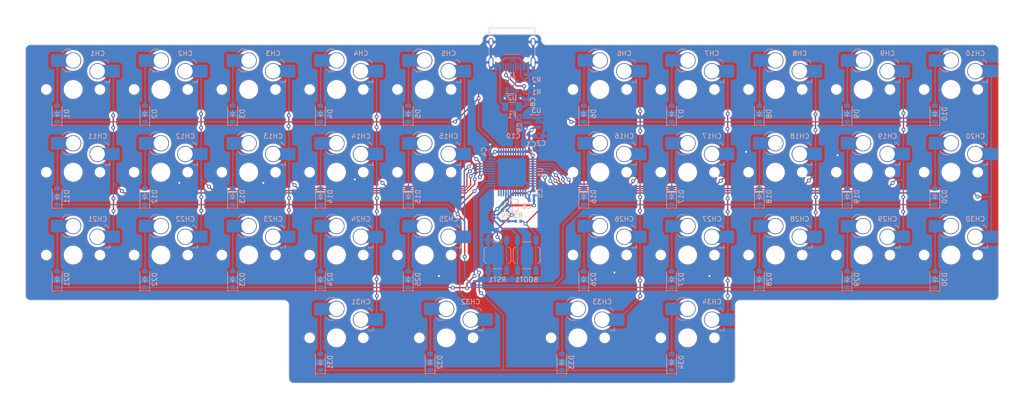
<source format=kicad_pcb>
(kicad_pcb (version 20240108) (generator "pcbnew") (generator_version "8.0")
  (layers (0 "F.Cu" signal) (31 "B.Cu" signal) (34 "B.Paste" user) (35 "F.Paste" user) (36 "B.SilkS" user "B.Silkscreen") (37 "F.SilkS" user "F.Silkscreen") (38 "B.Mask" user) (39 "F.Mask" user) (44 "Edge.Cuts" user))
  (net 0 "")
  (net 1 "+5V")
  (net 2 "GND")
  (net 3 "+3V3")
  (net 4 "NRST")
  (net 5 "VBUS")
  (net 6 "Net-(J1-CC1)")
  (net 7 "Net-(D1-A)")
  (net 9 "Net-(J1-CC2)")
  (net 11 "BOOT0")
  (net 12 "/C13")
  (net 13 "/C14")
  (net 14 "/C15")
  (net 15 "/F0")
  (net 16 "/F1")
  (net 17 "/B1")
  (net 18 "/B2")
  (net 19 "/B10")
  (net 20 "/B11")
  (net 21 "/B12")
  (net 22 "/B13")
  (net 23 "/B14")
  (net 24 "/B15")
  (net 25 "/A8")
  (net 26 "/A15")
  (net 27 "/B4")
  (net 28 "/B5")
  (net 29 "/B6")
  (net 30 "/B7")
  (net 31 "/A2")
  (net 32 "/A3")
  (net 33 "/A4")
  (net 34 "/A5")
  (net 35 "/A6")
  (net 36 "/A7")
  (net 37 "/B0")
  (net 38 "/B3")
  (net 39 "/B8")
  (net 40 "/B9")
  (net 41 "/A1")
  (net 42 "/A9")
  (net 43 "/A10")
  (net 44 "/A13")
  (net 45 "/A14")
  (net 46 "Net-(R3-Pad2)")
  (net 47 "/A0")
  (net 48 "D+")
  (net 49 "D-")
  (net 50 "Net-(D2-A)")
  (net 51 "Net-(D3-A)")
  (net 52 "Net-(D4-A)")
  (net 53 "Net-(D5-A)")
  (net 54 "Net-(D6-A)")
  (net 55 "Net-(D7-A)")
  (net 56 "Net-(D8-A)")
  (net 57 "Net-(D9-A)")
  (net 58 "Net-(D10-A)")
  (net 59 "Net-(D11-A)")
  (net 60 "Net-(D12-A)")
  (net 61 "Net-(D13-A)")
  (net 62 "Net-(D14-A)")
  (net 63 "Net-(D15-A)")
  (net 64 "Net-(D16-A)")
  (net 65 "Net-(D17-A)")
  (net 66 "Net-(D18-A)")
  (net 67 "Net-(D19-A)")
  (net 68 "Net-(D20-A)")
  (net 69 "Net-(D21-A)")
  (net 70 "Net-(D22-A)")
  (net 71 "Net-(D23-A)")
  (net 72 "Net-(D24-A)")
  (net 73 "Net-(D25-A)")
  (net 74 "Net-(D26-A)")
  (net 75 "Net-(D27-A)")
  (net 76 "Net-(D28-A)")
  (net 77 "Net-(D29-A)")
  (net 78 "Net-(D30-A)")
  (net 79 "Net-(D31-A)")
  (net 80 "Net-(D32-A)")
  (net 81 "Net-(D33-A)")
  (net 82 "Net-(D34-A)")
  (footprint "shortho:SW_choc_v1_HS_CPG135001S30_1u" (layer "B.Cu") (at 204.8925 101.763329)
    (property "Reference" "CH28")
    (property "Value" "choc_v1_SW_HS")
  )
  (footprint "shortho:SW_choc_v1_HS_CPG135001S30_1.5u" (layer "B.Cu") (at 137.3925 118.763329)
    (property "Reference" "CH32")
    (property "Value" "choc_v1_SW_HS")
  )
  (footprint "shortho:SW_choc_v1_HS_CPG135001S30_1u" (layer "B.Cu") (at 78.8925 101.763329)
    (property "Reference" "CH22")
    (property "Value" "choc_v1_SW_HS")
  )
  (footprint "shortho:SW_choc_v1_HS_CPG135001S30_1u" (layer "B.Cu") (at 60.8925 101.763329)
    (property "Reference" "CH21")
    (property "Value" "choc_v1_SW_HS")
  )
  (footprint "Capacitor_SMD:C_0402_1005Metric" (layer "B.Cu") (at 146.3925 80.56667 90)
    (property "Reference" "C4")
    (property "Value" "100nF")
  )
  (footprint "Package_QFP:LQFP-48_7x7mm_P0.5mm" (layer "B.Cu") (at 150.8925 84.81667 90)
    (property "Reference" "U1")
    (property "Value" "STM32F072CBT6")
  )
  (footprint "shortho:D_SOD-123" (layer "B.Cu") (at 183.5925 123.763329 90)
    (property "Reference" "D34")
    (property "Value" "1N4148W")
  )
  (footprint "shortho:D_SOD-123" (layer "B.Cu") (at 75.5925 89.763329 90)
    (property "Reference" "D12")
    (property "Value" "1N4148W")
  )
  (footprint "shortho:D_SOD-123" (layer "B.Cu") (at 111.5925 106.763329 90)
    (property "Reference" "D24")
    (property "Value" "1N4148W")
  )
  (footprint "shortho:SW_choc_v1_HS_CPG135001S30_1u" (layer "B.Cu") (at 132.8925 101.763329)
    (property "Reference" "CH25")
    (property "Value" "choc_v1_SW_HS")
  )
  (footprint "shortho:D_SOD-123" (layer "B.Cu") (at 237.5925 72.763329 90)
    (property "Reference" "D10")
    (property "Value" "1N4148W")
  )
  (footprint "shortho:SW_choc_v1_HS_CPG135001S30_1u" (layer "B.Cu") (at 186.8925 101.763329)
    (property "Reference" "CH27")
    (property "Value" "choc_v1_SW_HS")
  )
  (footprint "shortho:D_SOD-123" (layer "B.Cu") (at 75.5925 106.763329 90)
    (property "Reference" "D22")
    (property "Value" "1N4148W")
  )
  (footprint "Capacitor_SMD:C_0402_1005Metric" (layer "B.Cu") (at 155.1425 80.31667)
    (property "Reference" "C3")
    (property "Value" "100nF")
  )
  (footprint "shortho:SW_choc_v1_HS_CPG135001S30_1u" (layer "B.Cu") (at 222.8925 67.763329)
    (property "Reference" "CH9")
    (property "Value" "choc_v1_SW_HS")
  )
  (footprint "shortho:D_SOD-123" (layer "B.Cu") (at 57.5925 106.763329 90)
    (property "Reference" "D21")
    (property "Value" "1N4148W")
  )
  (footprint "shortho:D_SOD-123" (layer "B.Cu") (at 165.5925 106.763329 90)
    (property "Reference" "D26")
    (property "Value" "1N4148W")
  )
  (footprint "shortho:SW_choc_v1_HS_CPG135001S30_1u" (layer "B.Cu") (at 240.8925 101.763329)
    (property "Reference" "CH30")
    (property "Value" "choc_v1_SW_HS")
  )
  (footprint "shortho:D_SOD-123" (layer "B.Cu") (at 93.5925 106.763329 90)
    (property "Reference" "D23")
    (property "Value" "1N4148W")
  )
  (footprint "Button_Switch_SMD:SW_SPST_TL3342" (layer "B.Cu") (at 153.8925 101.81667 -90)
    (property "Reference" "BOOT1")
    (property "Value" "SW_SPST")
  )
  (footprint "shortho:D_SOD-123" (layer "B.Cu") (at 219.5925 106.763329 90)
    (property "Reference" "D29")
    (property "Value" "1N4148W")
  )
  (footprint "shortho:D_SOD-123" (layer "B.Cu") (at 93.5925 89.763329 90)
    (property "Reference" "D13")
    (property "Value" "1N4148W")
  )
  (footprint "shortho:D_SOD-123" (layer "B.Cu") (at 201.5925 89.763329 90)
    (property "Reference" "D18")
    (property "Value" "1N4148W")
  )
  (footprint "shortho:D_SOD-123" (layer "B.Cu") (at 57.5925 72.763329 90)
    (property "Reference" "D1")
    (property "Value" "1N4148W")
  )
  (footprint "Package_TO_SOT_SMD:SOT-143" (layer "B.Cu") (at 150.8925 67.06667)
    (property "Reference" "U2")
    (property "Value" "PRTR5V0U2X")
  )
  (footprint "Capacitor_SMD:C_0402_1005Metric" (layer "B.Cu") (at 155.3925 89.06667 -90)
    (property "Reference" "C5")
    (property "Value" "100nF")
  )
  (footprint "shortho:SW_choc_v1_HS_CPG135001S30_1u" (layer "B.Cu") (at 240.8925 84.763329)
    (property "Reference" "CH20")
    (property "Value" "choc_v1_SW_HS")
  )
  (footprint "shortho:SW_choc_v1_HS_CPG135001S30_1u" (layer "B.Cu") (at 96.8925 67.763329)
    (property "Reference" "CH3")
    (property "Value" "choc_v1_SW_HS")
  )
  (footprint "shortho:SW_choc_v1_HS_CPG135001S30_1u" (layer "B.Cu") (at 132.8925 84.763329)
    (property "Reference" "CH15")
    (property "Value" "choc_v1_SW_HS")
  )
  (footprint "shortho:D_SOD-123" (layer "B.Cu") (at 219.5925 72.763329 90)
    (property "Reference" "D9")
    (property "Value" "1N4148W")
  )
  (footprint "shortho:SW_choc_v1_HS_CPG135001S30_1u" (layer "B.Cu") (at 96.8925 84.763329)
    (property "Reference" "CH13")
    (property "Value" "choc_v1_SW_HS")
  )
  (footprint "shortho:SW_choc_v1_HS_CPG135001S30_1u" (layer "B.Cu") (at 114.8925 101.763329)
    (property "Reference" "CH24")
    (property "Value" "choc_v1_SW_HS")
  )
  (footprint "shortho:D_SOD-123" (layer "B.Cu") (at 129.5925 72.763329 90)
    (property "Reference" "D5")
    (property "Value" "1N4148W")
  )
  (footprint "shortho:SW_choc_v1_HS_CPG135001S30_1.5u" (layer "B.Cu") (at 164.3925 118.763329)
    (property "Reference" "CH33")
    (property "Value" "choc_v1_SW_HS")
  )
  (footprint "shortho:D_SOD-123" (layer "B.Cu") (at 183.5925 72.763329 90)
    (property "Reference" "D7")
    (property "Value" "1N4148W")
  )
  (footprint "Button_Switch_SMD:SW_SPST_TL3342" (layer "B.Cu") (at 147.8925 101.81667 90)
    (property "Reference" "RST1")
    (property "Value" "SW_SPST")
  )
  (footprint "shortho:D_SOD-123" (layer "B.Cu") (at 183.5925 89.763329 90)
    (property "Reference" "D17")
    (property "Value" "1N4148W")
  )
  (footprint "shortho:D_SOD-123" (layer "B.Cu") (at 93.5925 72.763329 90)
    (property "Reference" "D3")
    (property "Value" "1N4148W")
  )
  (footprint "shortho:SW_choc_v1_HS_CPG135001S30_1u" (layer "B.Cu") (at 168.8925 101.763329)
    (property "Reference" "CH26")
    (property "Value" "choc_v1_SW_HS")
  )
  (footprint "shortho:D_SOD-123" (layer "B.Cu") (at 111.5925 72.763329 90)
    (property "Reference" "D4")
    (property "Value" "1N4148W")
  )
  (footprint "shortho:SW_choc_v1_HS_CPG135001S30_1u" (layer "B.Cu") (at 204.8925 84.763329)
    (property "Reference" "CH18")
    (property "Value" "choc_v1_SW_HS")
  )
  (footprint "shortho:SW_choc_v1_HS_CPG135001S30_1u" (layer "B.Cu") (at 204.8925 67.763329)
    (property "Reference" "CH8")
    (property "Value" "choc_v1_SW_HS")
  )
  (footprint "shortho:SW_choc_v1_HS_CPG135001S30_1u" (layer "B.Cu") (at 186.8925 67.763329)
    (property "Reference" "CH7")
    (property "Value" "choc_v1_SW_HS")
  )
  (footprint "shortho:SW_choc_v1_HS_CPG135001S30_1u" (layer "B.Cu") (at 96.8925 101.763329)
    (property "Reference" "CH23")
    (property "Value" "choc_v1_SW_HS")
  )
  (footprint "shortho:D_SOD-123" (layer "B.Cu") (at 129.5925 89.763329 90)
    (property "Reference" "D15")
    (property "Value" "1N4148W")
  )
  (footprint "shortho:SW_choc_v1_HS_CPG135001S30_1u" (layer "B.Cu") (at 132.8925 67.763329)
    (property "Reference" "CH5")
    (property "Value" "choc_v1_SW_HS")
  )
  (footprint "shortho:SW_choc_v1_HS_CPG135001S30_1u" (layer "B.Cu") (at 60.8925 84.763329)
    (property "Reference" "CH11")
    (property "Value" "choc_v1_SW_HS")
  )
  (footprint "shortho:SW_choc_v1_HS_CPG135001S30_1u" (layer "B.Cu") (at 222.8925 84.763329)
    (property "Reference" "CH19")
    (property "Value" "choc_v1_SW_HS")
  )
  (footprint "Package_TO_SOT_SMD:SOT-23" (layer "B.Cu") (at 155.1425 74.56667 180)
    (property "Reference" "U3")
    (property "Value" "XC6206PxxxMR-Regulator_Linear")
  )
  (footprint "shortho:SW_choc_v1_HS_CPG135001S30_1u" (layer "B.Cu") (at 186.8925 118.763329)
    (property "Reference" "CH34")
    (property "Value" "choc_v1_SW_HS")
  )
  (footprint "shortho:SW_choc_v1_HS_CPG135001S30_1u" (layer "B.Cu") (at 60.8925 67.763329)
    (property "Reference" "CH1")
    (property "Value" "choc_v1_SW_HS")
  )
  (footprint "shortho:D_SOD-123" (layer "B.Cu") (at 201.5925 106.763329 90)
    (property "Reference" "D28")
    (property "Value" "1N4148W")
  )
  (footprint "Capacitor_SMD:C_0402_1005Metric" (layer "B.Cu") (at 154.8925 90.56667)
    (property "Reference" "C6")
    (property "Value" "100nF")
  )
  (footprint "shortho:SW_choc_v1_HS_CPG135001S30_1u" (layer "B.Cu") (at 168.8925 67.763329)
    (property "Reference" "CH6")
    (property "Value" "choc_v1_SW_HS")
  )
  (footprint "shortho:SW_choc_v1_HS_CPG135001S30_1u" (layer "B.Cu") (at 186.8925 84.763329)
    (property "Reference" "CH17")
    (property "Value" "choc_v1_SW_HS")
  )
  (footprint "shortho:D_SOD-123" (layer "B.Cu") (at 201.5925 72.763329 90)
    (property "Reference" "D8")
    (property "Value" "1N4148W")
  )
  (footprint "shortho:D_SOD-123" (layer "B.Cu") (at 57.5925 89.763329 90)
    (property "Reference" "D11")
    (property "Value" "1N4148W")
  )
  (footprint "shortho:D_SOD-123" (layer "B.Cu") (at 75.5925 72.763329 90)
    (property "Reference" "D2")
    (property "Value" "1N4148W")
  )
  (footprint "shortho:SW_choc_v1_HS_CPG135001S30_1u" (layer "B.Cu") (at 114.8925 67.763329)
    (property "Reference" "CH4")
    (property "Value" "choc_v1_SW_HS")
  )
  (footprint "shortho:SW_choc_v1_HS_CPG135001S30_1u" (layer "B.Cu") (at 240.8925 67.763329)
    (property "Reference" "CH10")
    (property "Value" "choc_v1_SW_HS")
  )
  (footprint "shortho:SW_choc_v1_HS_CPG135001S30_1u" (layer "B.Cu") (at 168.8925 84.763329)
    (property "Reference" "CH16")
    (property "Value" "choc_v1_SW_HS")
  )
  (footprint "Resistor_SMD:R_0402_1005Metric" (layer "B.Cu") (at 153.8925 68.31667 180)
    (property "Reference" "R1")
    (property "Value" "5.1k")
  )
  (footprint "Capacitor_SMD:C_0402_1005Metric" (layer "B.Cu") (at 153.6425 77.06667 180)
    (property "Reference" "C10")
    (property "Value" "1uF")
  )
  (footprint "Fuse:Fuse_1206_3216Metric" (layer "B.Cu") (at 150.8925 71.31667)
    (property "Reference" "F1")
    (property "Value" "500mA")
  )
  (footprint "shortho:D_SOD-123" (layer "B.Cu") (at 161.0925 123.763329 90)
    (property "Reference" "D33")
    (property "Value" "1N4148W")
  )
  (footprint "shortho:D_SOD-123" (layer "B.Cu") (at 134.0925 123.763329 90)
    (property "Reference" "D32")
    (property "Value" "1N4148W")
  )
  (footprint "shortho:D_SOD-123" (layer "B.Cu") (at 111.5925 89.763329 90)
    (property "Reference" "D14")
    (property "Value" "1N4148W")
  )
  (footprint "Capacitor_SMD:C_0402_1005Metric" (layer "B.Cu") (at 152.3925 73.56667 90)
    (property "Reference" "C9")
    (property "Value" "1uF")
  )
  (footprint "shortho:D_SOD-123" (layer "B.Cu") (at 111.5925 123.763329 90)
    (property "Reference" "D31")
    (property "Value" "1N4148W")
  )
  (footprint "Capacitor_SMD:C_0402_1005Metric" (layer "B.Cu") (at 149.379077 92.553247 180)
    (property "Reference" "C1")
    (property "Value" "100nF")
  )
  (footprint "shortho:SW_choc_v1_HS_CPG135001S30_1u" (layer "B.Cu") (at 114.8925 118.763329)
    (property "Reference" "CH31")
    (property "Value" "choc_v1_SW_HS")
  )
  (footprint "Resistor_SMD:R_0402_1005Metric" (layer "B.Cu") (at 149.6425 94.81667 180)
    (property "Reference" "R4")
    (property "Value" "5.1k")
  )
  (footprint "shortho:D_SOD-123" (layer "B.Cu") (at 129.5925 106.763329 90)
    (property "Reference" "D25")
    (property "Value" "1N4148W")
  )
  (footprint "shortho:D_SOD-123" (layer "B.Cu") (at 183.5925 106.763329 90)
    (property "Reference" "D27")
    (property "Value" "1N4148W")
  )
  (footprint "Capacitor_SMD:C_0402_1005Metric" (layer "B.Cu") (at 149.379077 91.303247)
    (property "Reference" "C7")
    (property "Value" "100nF")
  )
  (footprint "Resistor_SMD:R_0402_1005Metric" (layer "B.Cu") (at 153.8925 65.81667)
    (property "Reference" "R2")
    (property "Value" "5.1k")
  )
  (footprint "shortho:SW_choc_v1_HS_CPG135001S30_1u" (layer "B.Cu") (at 78.8925 67.763329)
    (property "Reference" "CH2")
    (property "Value" "choc_v1_SW_HS")
  )
  (footprint "shortho:D_SOD-123" (layer "B.Cu") (at 237.5925 106.763329 90)
    (property "Reference" "D30")
    (property "Value" "1N4148W")
  )
  (footprint "Connector_USB:USB_C_Receptacle_HRO_TYPE-C-31-M-12" (layer "B.Cu") (at 150.8925 59.06667)
    (property "Reference" "J1")
    (property "Value" "USB_C_Receptacle_USB2.0")
  )
  (footprint "shortho:D_SOD-123" (layer "B.Cu") (at 237.5925 89.763329 90)
    (property "Reference" "D20")
    (property "Value" "1N4148W")
  )
  (footprint "Resistor_SMD:R_0402_1005Metric" (layer "B.Cu") (at 152.1425 94.81667 180)
    (property "Reference" "R3")
    (property "Value" "5.1k")
  )
  (footprint "Capacitor_SMD:C_0603_1608Metric" (layer "B.Cu") (at 156.3925 77.31667)
    (property "Reference" "C2")
    (property "Value" "10uF")
  )
  (footprint "Capacitor_SMD:C_0402_1005Metric" (layer "B.Cu") (at 153.8925 70.31667 90)
    (property "Reference" "C8")
    (property "Value" "100nF")
  )
  (footprint "shortho:D_SOD-123" (layer "B.Cu") (at 219.5925 89.763329 90)
    (property "Reference" "D19")
    (property "Value" "1N4148W")
  )
  (footprint "shortho:D_SOD-123" (layer "B.Cu") (at 165.5925 72.763329 90)
    (property "Reference" "D6")
    (property "Value" "1N4148W")
  )
  (footprint "shortho:SW_choc_v1_HS_CPG135001S30_1u" (layer "B.Cu") (at 114.8925 84.763329)
    (property "Reference" "CH14")
    (property "Value" "choc_v1_SW_HS")
  )
  (footprint "shortho:SW_choc_v1_HS_CPG135001S30_1u" (layer "B.Cu") (at 78.8925 84.763329)
    (property "Reference" "CH12")
    (property "Value" "choc_v1_SW_HS")
  )
  (footprint "shortho:D_SOD-123" (layer "B.Cu") (at 165.5925 89.763329 90)
    (property "Reference" "D16")
    (property "Value" "1N4148W")
  )
  (footprint "shortho:SW_choc_v1_HS_CPG135001S30_1u" (layer "B.Cu") (at 222.8925 101.763329)
    (property "Reference" "CH29")
    (property "Value" "choc_v1_SW_HS")
  )
  (gr_arc (start 144.8925 57.608349) (mid 144.599589 58.315424) (end 143.8925 58.608349) (stroke (width 0.1)) (layer "Edge.Cuts"))
  (gr_line (start 196.6425 127.024983) (end 196.6425 112.024991) (stroke (width 0.1)) (layer "Edge.Cuts"))
  (gr_line (start 52.1425 111.024991) (end 104.1425 111.024991) (stroke (width 0.1)) (layer "Edge.Cuts"))
  (gr_arc (start 155.8925 56.48335) (mid 156.599589 56.776246) (end 156.8925 57.48335) (stroke (width 0.1)) (layer "Edge.Cuts"))
  (gr_line (start 144.8925 57.48335) (end 144.8925 57.608349) (stroke (width 0.1)) (layer "Edge.Cuts"))
  (gr_arc (start 104.1425 111.024991) (mid 104.84961 111.317884) (end 105.1425 112.024991) (stroke (width 0.1)) (layer "Edge.Cuts"))
  (gr_line (start 143.8925 58.608349) (end 52.1425 58.608349) (stroke (width 0.1)) (layer "Edge.Cuts"))
  (gr_arc (start 51.1425 59.608349) (mid 51.435376 58.901211) (end 52.1425 58.608349) (stroke (width 0.1)) (layer "Edge.Cuts"))
  (gr_line (start 249.6425 58.608349) (end 157.8925 58.608349) (stroke (width 0.1)) (layer "Edge.Cuts"))
  (gr_line (start 156.8925 57.608349) (end 156.8925 57.48335) (stroke (width 0.1)) (layer "Edge.Cuts"))
  (gr_line (start 197.6425 111.024991) (end 249.6425 111.024991) (stroke (width 0.1)) (layer "Edge.Cuts"))
  (gr_line (start 105.1425 112.024991) (end 105.1425 127.024983) (stroke (width 0.1)) (layer "Edge.Cuts"))
  (gr_arc (start 196.6425 127.024983) (mid 196.349607 127.73209) (end 195.6425 128.024983) (stroke (width 0.1)) (layer "Edge.Cuts"))
  (gr_arc (start 106.1425 128.024983) (mid 105.435399 127.732089) (end 105.1425 127.024983) (stroke (width 0.1)) (layer "Edge.Cuts"))
  (gr_arc (start 196.6425 112.024991) (mid 196.935393 111.317884) (end 197.6425 111.024991) (stroke (width 0.1)) (layer "Edge.Cuts"))
  (gr_arc (start 157.8925 58.608349) (mid 157.185376 58.315459) (end 156.8925 57.608349) (stroke (width 0.1)) (layer "Edge.Cuts"))
  (gr_line (start 106.1425 128.024983) (end 195.6425 128.024983) (stroke (width 0.1)) (layer "Edge.Cuts"))
  (gr_arc (start 250.6425 110.024991) (mid 250.34961 110.732104) (end 249.6425 111.024991) (stroke (width 0.1)) (layer "Edge.Cuts"))
  (gr_arc (start 144.8925 57.48335) (mid 145.185376 56.776211) (end 145.8925 56.48335) (stroke (width 0.1)) (layer "Edge.Cuts"))
  (gr_line (start 250.6425 110.024991) (end 250.6425 59.608349) (stroke (width 0.1)) (layer "Edge.Cuts"))
  (gr_line (start 51.1425 59.608349) (end 51.1425 110.024991) (stroke (width 0.1)) (layer "Edge.Cuts"))
  (gr_arc (start 249.6425 58.608349) (mid 250.349607 58.901242) (end 250.6425 59.608349) (stroke (width 0.1)) (layer "Edge.Cuts"))
  (gr_arc (start 52.1425 111.024991) (mid 51.435396 110.732097) (end 51.1425 110.024991) (stroke (width 0.1)) (layer "Edge.Cuts"))
  (gr_line (start 155.8925 56.48335) (end 145.8925 56.48335) (stroke (width 0.1)) (layer "Edge.Cuts"))
  (segment (start 151.6425 73.81667) (end 151.6425 71.96667) (width 0.4) (layer "B.Cu") (net 1))
  (segment (start 151.6425 68.26667) (end 151.8925 68.01667) (width 0.4) (layer "B.Cu") (net 1))
  (segment (start 153.3725 71.31667) (end 153.8925 70.79667) (width 0.4) (layer "B.Cu") (net 1))
  (segment (start 154.205 74.56667) (end 152.9125 74.56667) (width 0.4) (layer "B.Cu") (net 1))
  (segment (start 151.6425 70.66667) (end 151.6425 68.26667) (width 0.4) (layer "B.Cu") (net 1))
  (segment (start 152.2925 71.31667) (end 151.6425 70.66667) (width 0.4) (layer "B.Cu") (net 1))
  (segment (start 152.9125 74.56667) (end 152.3925 74.04667) (width 0.4) (layer "B.Cu") (net 1))
  (segment (start 151.6425 71.96667) (end 152.2925 71.31667) (width 0.4) (layer "B.Cu") (net 1))
  (segment (start 152.2925 71.31667) (end 153.3725 71.31667) (width 0.4) (layer "B.Cu") (net 1))
  (segment (start 152.3925 74.04667) (end 151.8725 74.04667) (width 0.4) (layer "B.Cu") (net 1))
  (segment (start 151.8725 74.04667) (end 151.6425 73.81667) (width 0.4) (layer "B.Cu") (net 1))
  (segment (start 147.629077 93.803247) (end 146.8925 94.539824) (width 0.4) (layer "F.Cu") (net 2))
  (segment (start 153.6425 70.06667) (end 153.1425 69.56667) (width 0.4) (layer "F.Cu") (net 2))
  (segment (start 146.8925 94.539824) (end 146.8925 97.06667) (width 0.4) (layer "F.Cu") (net 2))
  (segment (start 146.3925 79.06667) (end 146.3925 92.56667) (width 0.4) (layer "F.Cu") (net 2))
  (segment (start 152.6425 69.56667) (end 153.1425 69.56667) (width 0.4) (layer "F.Cu") (net 2))
  (segment (start 155.3925 67.31667) (end 153.1425 69.56667) (width 0.4) (layer "F.Cu") (net 2))
  (segment (start 146.3925 79.06667) (end 150.3925 79.06667) (width 0.4) (layer "F.Cu") (net 2))
  (segment (start 155.3925 67.06667) (end 155.3925 67.31667) (width 0.4) (layer "F.Cu") (net 2))
  (segment (start 149.865654 91.56667) (end 147.629077 93.803247) (width 0.4) (layer "F.Cu") (net 2))
  (segment (start 146.3925 62.37667) (end 146.3925 67.31667) (width 0.4) (layer "F.Cu") (net 2))
  (segment (start 153.6425 75.81667) (end 153.6425 70.06667) (width 0.4) (layer "F.Cu") (net 2))
  (segment (start 146.3925 67.31667) (end 148.6425 69.56667) (width 0.4) (layer "F.Cu") (net 2))
  (segment (start 155.3925 91.56667) (end 149.865654 91.56667) (width 0.4) (layer "F.Cu") (net 2))
  (segment (start 148.6425 69.56667) (end 149.3925 69.56667) (width 0.4) (layer "F.Cu") (net 2))
  (segment (start 146.3925 92.56667) (end 147.629077 93.803247) (width 0.4) (layer "F.Cu") (net 2))
  (segment (start 155.3925 67.06667) (end 155.3925 62.37667) (width 0.4) (layer "F.Cu") (net 2))
  (segment (start 149.3925 69.56667) (end 152.6425 69.56667) (width 0.4) (layer "F.Cu") (net 2))
  (segment (start 150.3925 79.06667) (end 153.6425 75.81667) (width 0.4) (layer "F.Cu") (net 2))
  (via (at 217.6425 81.275005) (size 0.8) (drill 0.4) (layers "F.Cu" "B.Cu") (net 2))
  (via (at 147.629077 93.803247) (size 0.8) (drill 0.4) (layers "F.Cu" "B.Cu") (net 2))
  (via (at 191.3925 106.06666) (size 0.8) (drill 0.4) (layers "F.Cu" "B.Cu") (net 2))
  (via (at 198.8925 80.566672) (size 0.8) (drill 0.4) (layers "F.Cu" "B.Cu") (net 2))
  (via (at 153.6425 75.81667) (size 0.8) (drill 0.4) (layers "F.Cu" "B.Cu") (net 2))
  (via (at 171.8925 105.358327) (size 0.8) (drill 0.4) (layers "F.Cu" "B.Cu") (net 2))
  (via (at 152.6425 69.56667) (size 0.8) (drill 0.4) (layers "F.Cu" "B.Cu") (net 2))
  (via (at 155.3925 67.06667) (size 0.8) (drill 0.4) (layers "F.Cu" "B.Cu") (net 2))
  (via (at 155.3925 91.56667) (size 0.8) (drill 0.4) (layers "F.Cu" "B.Cu") (net 2))
  (via (at 146.3925 79.06667) (size 0.8) (drill 0.4) (layers "F.Cu" "B.Cu") (net 2))
  (via (at 149.3925 69.56667) (size 0.8) (drill 0.4) (layers "F.Cu" "B.Cu") (net 2))
  (via (at 99.8925 86.941669) (size 0.8) (drill 0.4) (layers "F.Cu" "B.Cu") (net 2))
  (via (at 146.8925 97.06667) (size 0.8) (drill 0.4) (layers "F.Cu" "B.Cu") (net 2))
  (via (at 118.6425 86.233336) (size 0.8) (drill 0.4) (layers "F.Cu" "B.Cu") (net 2))
  (via (at 135.8925 106.06666) (size 0.8) (drill 0.4) (layers "F.Cu" "B.Cu") (net 2))
  (via (at 82.6425 86.941669) (size 0.8) (drill 0.4) (layers "F.Cu" "B.Cu") (net 2))
  (segment (start 155.2125 62.19667) (end 155.2125 58.01667) (width 0.4) (layer "B.Cu") (net 2))
  (segment (start 145.3925 80.56667) (end 145.8725 80.08667) (width 0.3) (layer "B.Cu") (net 2))
  (segment (start 155.6225 79.79667) (end 155.6225 80.31667) (width 0.3) (layer "B.Cu") (net 2))
  (segment (start 149.859077 91.420803) (end 149.859077 91.303247) (width 0.4) (layer "B.Cu") (net 2))
  (segment (start 150.1425 88.97917) (end 150.1425 91.019824) (width 0.3) (layer "B.Cu") (net 2))
  (segment (start 157.3925 74.92917) (end 156.08 73.61667) (width 0.4) (layer "B.Cu") (net 2))
  (segment (start 155.3725 90.56667) (end 155.3925 91.56667) (width 0.4) (layer "B.Cu") (net 2))
  (segment (start 156.08 73.61667) (end 154.9225 73.61667) (width 0.4) (layer "B.Cu") (net 2))
  (segment (start 150.1425 88.97917) (end 150.1425 85.56667) (width 0.3) (layer "B.Cu") (net 2))
  (segment (start 146.5725 58.01667) (end 146.5725 62.19667) (width 0.4) (layer "B.Cu") (net 2))
  (segment (start 150.1425 85.56667) (end 150.8925 84.81667) (width 0.3) (layer "B.Cu") (net 2))
  (segment (start 153.1425 80.65417) (end 153.1425 82.56667) (width 0.3) (layer "B.Cu") (net 2))
  (segment (start 154.4025 68.05667) (end 154.4025 68.31667) (width 0.4) (layer "B.Cu") (net 2))
  (segment (start 146.73 82.56667) (end 148.6425 82.56667) (width 0.3) (layer "B.Cu") (net 2))
  (segment (start 155.3925 67.06667) (end 154.4025 66.07667) (width 0.4) (layer "B.Cu") (net 2))
  (segment (start 153.6425 75.81667) (end 153.1625 76.29667) (width 0.4) (layer "B.Cu") (net 2))
  (segment (start 155.055 87.06667) (end 156.1425 87.06667) (width 0.3) (layer "B.Cu") (net 2))
  (segment (start 146.8925 97.06667) (end 145.9925 97.96667) (width 0.4) (layer "B.Cu") (net 2))
  (segment (start 154.9225 73.61667) (end 154.3925 73.08667) (width 0.4) (layer "B.Cu") (net 2))
  (segment (start 155.3925 89.54667) (end 155.3925 90.54667) (width 0.4) (layer "B.Cu") (net 2))
  (segment (start 149.3925 69.56667) (end 149.8925 69.06667) (width 0.4) (layer "B.Cu") (net 2))
  (segment (start 146.3925 80.08667) (end 146.3925 79.06667) (width 0.4) (layer "B.Cu") (net 2))
  (segment (start 156.3925 87.31667) (end 156.3925 89.06667) (width 0.3) (layer "B.Cu") (net 2))
  (segment (start 157.3925 77.09167) (end 157.3925 74.92917) (width 0.4) (layer "B.Cu") (net 2))
  (segment (start 150.8925 84.81667) (end 153.1425 87.06667) (width 0.3) (layer "B.Cu") (net 2))
  (segment (start 155.9125 89.54667) (end 155.3925 89.54667) (width 0.3) (layer "B.Cu") (net 2))
  (segment (start 150.1425 91.019824) (end 149.859077 91.303247) (width 0.3) (layer "B.Cu") (net 2))
  (segment (start 145.9925 97.96667) (end 145.9925 98.66667) (width 0.4) (layer "B.Cu") (net 2))
  (segment (start 154.1425 63.11167) (end 154.2975 63.11167) (width 0.4) (layer "B.Cu") (net 2))
  (segment (start 148.899077 92.553247) (end 148.899077 92.380803) (width 0.4) (layer "B.Cu") (net 2))
  (segment (start 145.9925 98.66667) (end 145.9925 104.96667) (width 0.4) (layer "B.Cu") (net 2))
  (segment (start 155.2125 58.01667) (end 146.5725 58.01667) (width 0.4) (layer "B.Cu") (net 2))
  (segment (start 153.1425 82.56667) (end 150.8925 84.81667) (width 0.3) (layer "B.Cu") (net 2))
  (segment (start 154.2975 63.11167) (end 155.2125 62.19667) (width 0.4) (layer "B.Cu") (net 2))
  (segment (start 152.6425 69.56667) (end 153.6225 69.56667) (width 0.4) (layer "B.Cu") (net 2))
  (segment (start 145.8725 80.08667) (end 146.3925 80.08667) (width 0.3) (layer "B.Cu") (net 2))
  (segment (start 148.879077 92.553247) (end 147.629077 93.803247) (width 0.4) (layer "B.Cu") (net 2))
  (segment (start 149.8925 69.06667) (end 149.8925 67.81667) (width 0.4) (layer "B.Cu") (net 2))
  (segment (start 148.6425 82.56667) (end 150.8925 84.81667) (width 0.3) (layer "B.Cu") (net 2))
  (segment (start 149.1325 94.81667) (end 148.6425 94.81667) (width 0.4) (layer "B.Cu") (net 2))
  (segment (start 145.3925 82.31667) (end 145.3925 80.56667) (width 0.3) (layer "B.Cu") (net 2))
  (segment (start 154.4025 69.32667) (end 155.1425 70.06667) (width 0.4) (layer "B.Cu") (net 2))
  (segment (start 155.1425 72.33667) (end 154.3925 73.08667) (width 0.4) (layer "B.Cu") (net 2))
  (segment (start 153.6225 69.56667) (end 153.8925 69.83667) (width 0.4) (layer "B.Cu") (net 2))
  (segment (start 154.4025 69.32667) (end 154.4025 68.31667) (width 0.4) (layer "B.Cu") (net 2))
  (segment (start 154.4025 66.07667) (end 154.4025 65.81667) (width 0.4) (layer "B.Cu") (net 2))
  (segment (start 146.5725 62.19667) (end 147.4875 63.11167) (width 0.4) (layer "B.Cu") (net 2))
  (segment (start 156.3925 89.06667) (end 155.9125 89.54667) (width 0.3) (layer "B.Cu") (net 2))
  (segment (start 147.4875 63.11167) (end 147.6425 63.11167) (width 0.4) (layer "B.Cu") (net 2))
  (segment (start 152.3925 73.08667) (end 154.3925 73.08667) (width 0.4) (layer "B.Cu") (net 2))
  (segment (start 156.1425 87.06667) (end 156.3925 87.31667) (width 0.3) (layer "B.Cu") (net 2))
  (segment (start 153.3925 79.31667) (end 155.1425 79.31667) (width 0.3) (layer "B.Cu") (net 2))
  (segment (start 146.73 82.56667) (end 145.6425 82.56667) (width 0.3) (layer "B.Cu") (net 2))
  (segment (start 153.1425 79.56667) (end 153.3925 79.31667) (width 0.3) (layer "B.Cu") (net 2))
  (segment (start 155.1425 70.06667) (end 155.1425 72.33667) (width 0.4) (layer "B.Cu") (net 2))
  (segment (start 148.6425 94.81667) (end 147.629077 93.803247) (width 0.4) (layer "B.Cu") (net 2))
  (segment (start 155.3925 67.06667) (end 154.4025 68.05667) (width 0.4) (layer "B.Cu") (net 2))
  (segment (start 145.6425 82.56667) (end 145.3925 82.31667) (width 0.3) (layer "B.Cu") (net 2))
  (segment (start 153.1425 87.06667) (end 155.055 87.06667) (width 0.3) (layer "B.Cu") (net 2))
  (segment (start 153.1625 76.29667) (end 153.1625 77.06667) (width 0.4) (layer "B.Cu") (net 2))
  (segment (start 155.1425 79.31667) (end 155.6225 79.79667) (width 0.3) (layer "B.Cu") (net 2))
  (segment (start 153.1425 80.65417) (end 153.1425 79.56667) (width 0.3) (layer "B.Cu") (net 2))
  (segment (start 148.899077 92.380803) (end 149.859077 91.420803) (width 0.4) (layer "B.Cu") (net 2))
  (segment (start 153.8925 69.83667) (end 154.4025 69.32667) (width 0.4) (layer "B.Cu") (net 2))
  (segment (start 155.1425 81.31667) (end 155.1425 88.31667) (width 0.4) (layer "F.Cu") (net 3))
  (segment (start 155.1425 81.31667) (end 154.3925 80.56667) (width 0.4) (layer "F.Cu") (net 3))
  (segment (start 155.1425 88.31667) (end 154.3925 89.06667) (width 0.4) (layer "F.Cu") (net 3))
  (segment (start 154.3925 80.56667) (end 153.6425 80.56667) (width 0.4) (layer "F.Cu") (net 3))
  (segment (start 147.879077 92.303247) (end 151.115654 89.06667) (width 0.4) (layer "F.Cu") (net 3))
  (segment (start 154.3925 76.56667) (end 154.3925 80.56667) (width 0.4) (layer "F.Cu") (net 3))
  (segment (start 151.115654 89.06667) (end 154.3925 89.06667) (width 0.4) (layer "F.Cu") (net 3))
  (segment (start 154.8925 76.06667) (end 154.3925 76.56667) (width 0.4) (layer "F.Cu") (net 3))
  (segment (start 147.3925 80.56667) (end 153.6425 80.56667) (width 0.4) (layer "F.Cu") (net 3))
  (via (at 147.879077 92.303247) (size 0.8) (drill 0.4) (layers "F.Cu" "B.Cu") (net 3))
  (via (at 155.1425 81.31667) (size 0.8) (drill 0.4) (layers "F.Cu" "B.Cu") (net 3))
  (via (at 147.3925 80.56667) (size 0.8) (drill 0.4) (layers "F.Cu" "B.Cu") (net 3))
  (via (at 154.3925 89.06667) (size 0.8) (drill 0.4) (layers "F.Cu" "B.Cu") (net 3))
  (via (at 154.8925 76.06667) (size 0.8) (drill 0.4) (layers "F.Cu" "B.Cu") (net 3))
  (segment (start 153.6425 80.65417) (end 153.98 80.31667) (width 0.3) (layer "B.Cu") (net 3))
  (segment (start 154.4125 89.08667) (end 154.4125 90.56667) (width 0.4) (layer "B.Cu") (net 3))
  (segment (start 148.879077 91.303247) (end 147.879077 92.303247) (width 0.4) (layer "B.Cu") (net 3))
  (segment (start 155.1425 81.31667) (end 154.6625 80.83667) (width 0.4) (layer "B.Cu") (net 3))
  (segment (start 146.771577 93.410747) (end 147.879077 92.303247) (width 0.4) (layer "B.Cu") (net 3))
  (segment (start 156.08 75.51667) (end 155.4425 75.51667) (width 0.4) (layer "B.Cu") (net 3))
  (segment (start 154.4125 90.56667) (end 153.6425 89.79667) (width 0.3) (layer "B.Cu") (net 3))
  (segment (start 154.8725 88.58667) (end 155.3925 88.58667) (width 0.4) (layer "B.Cu") (net 3))
  (segment (start 146.3925 81.04667) (end 146.9125 81.04667) (width 0.4) (layer "B.Cu") (net 3))
  (segment (start 153.6425 89.79667) (end 153.6425 88.97917) (width 0.3) (layer "B.Cu") (net 3))
  (segment (start 154.6625 80.83667) (end 154.6625 80.31667) (width 0.4) (layer "B.Cu") (net 3))
  (segment (start 153.98 80.31667) (end 154.6625 80.31667) (width 0.3) (layer "B.Cu") (net 3))
  (segment (start 151.9925 98.66667) (end 151.9925 97.66667) (width 0.4) (layer "B.Cu") (net 3))
  (segment (start 151.9925 98.66667) (end 151.9925 104.96667) (width 0.4) (layer "B.Cu") (net 3))
  (segment (start 154.1225 76.83667) (end 154.1225 77.06667) (width 0.4) (layer "B.Cu") (net 3))
  (segment (start 155.4425 75.51667) (end 154.1225 76.83667) (width 0.4) (layer "B.Cu") (net 3))
  (segment (start 155.055 87.56667) (end 154.1425 87.56667) (width 0.3) (layer "B.Cu") (net 3))
  (segment (start 154.3725 77.31667) (end 155.6175 77.31667) (width 0.4) (layer "B.Cu") (net 3))
  (segment (start 149.6425 90.31667) (end 148.899077 91.060093) (width 0.3) (layer "B.Cu") (net 3))
  (segment (start 154.1425 87.56667) (end 153.6425 88.06667) (width 0.3) (layer "B.Cu") (net 3))
  (segment (start 151.9925 97.66667) (end 150.7425 96.41667) (width 0.4) (layer "B.Cu") (net 3))
  (segment (start 154.3925 89.06667) (end 154.8725 88.58667) (width 0.4) (layer "B.Cu") (net 3))
  (segment (start 149.6425 88.97917) (end 149.6425 90.31667) (width 0.3) (layer "B.Cu") (net 3))
  (segment (start 150.7425 96.41667) (end 148.9925 96.41667) (width 0.4) (layer "B.Cu") (net 3))
  (segment (start 153.6425 88.06667) (end 153.6425 88.97917) (width 0.3) (layer "B.Cu") (net 3))
  (segment (start 146.771577 94.195747) (end 146.771577 93.410747) (width 0.4) (layer "B.Cu") (net 3))
  (segment (start 148.899077 91.060093) (end 148.899077 91.303247) (width 0.3) (layer "B.Cu") (net 3))
  (segment (start 155.4425 75.51667) (end 154.8925 76.06667) (width 0.4) (layer "B.Cu") (net 3))
  (segment (start 154.3925 89.06667) (end 154.4125 89.08667) (width 0.4) (layer "B.Cu") (net 3))
  (segment (start 148.9925 96.41667) (end 146.771577 94.195747) (width 0.4) (layer "B.Cu") (net 3))
  (segment (start 146.3925 81.72917) (end 146.3925 81.04667) (width 0.3) (layer "B.Cu") (net 3))
  (segment (start 146.9125 81.04667) (end 147.3925 80.56667) (width 0.4) (layer "B.Cu") (net 3))
  (segment (start 146.73 82.06667) (end 146.3925 81.72917) (width 0.3) (layer "B.Cu") (net 3))
  (segment (start 155.3925 87.90417) (end 155.055 87.56667) (width 0.3) (layer "B.Cu") (net 3))
  (segment (start 155.3925 88.58667) (end 155.3925 87.90417) (width 0.3) (layer "B.Cu") (net 3))
  (segment (start 147.8925 96.46667) (end 150.8425 93.51667) (width 0.25) (layer "F.Cu") (net 4))
  (segment (start 147.8925 98.06667) (end 147.8925 96.46667) (width 0.25) (layer "F.Cu") (net 4))
  (via (at 147.8925 98.06667) (size 0.8) (drill 0.4) (layers "F.Cu" "B.Cu") (net 4))
  (via (at 150.8425 93.51667) (size 0.8) (drill 0.4) (layers "F.Cu" "B.Cu") (net 4))
  (segment (start 149.7925 98.66667) (end 149.7925 104.96667) (width 0.25) (layer "B.Cu") (net 4))
  (segment (start 149.7925 98.66667) (end 148.4925 98.66667) (width 0.25) (layer "B.Cu") (net 4))
  (segment (start 150.6425 91.769824) (end 149.859077 92.553247) (width 0.25) (layer "B.Cu") (net 4))
  (segment (start 148.4925 98.66667) (end 147.8925 98.06667) (width 0.25) (layer "B.Cu") (net 4))
  (segment (start 150.6425 88.97917) (end 150.6425 91.769824) (width 0.25) (layer "B.Cu") (net 4))
  (segment (start 149.859077 92.553247) (end 150.8225 93.51667) (width 0.25) (layer "B.Cu") (net 4))
  (segment (start 150.8225 93.51667) (end 150.8425 93.51667) (width 0.25) (layer "B.Cu") (net 4))
  (segment (start 152.340667 61.31667) (end 149.448516 61.31667) (width 0.4) (layer "B.Cu") (net 5))
  (segment (start 148.4425 70.26667) (end 149.4925 71.31667) (width 0.35) (layer "B.Cu") (net 5))
  (segment (start 153.3425 63.11167) (end 153.3425 62.322686) (width 0.4) (layer "B.Cu") (net 5))
  (segment (start 152.340667 61.320853) (end 152.340667 61.31667) (width 0.4) (layer "B.Cu") (net 5))
  (segment (start 148.4425 63.11167) (end 148.4425 70.26667) (width 0.35) (layer "B.Cu") (net 5))
  (segment (start 153.3425 62.322686) (end 152.340667 61.320853) (width 0.4) (layer "B.Cu") (net 5))
  (segment (start 148.4425 62.322686) (end 148.4425 63.11167) (width 0.4) (layer "B.Cu") (net 5))
  (segment (start 149.448516 61.31667) (end 148.4425 62.322686) (width 0.4) (layer "B.Cu") (net 5))
  (segment (start 153.3925 67.06667) (end 151.8925 67.06667) (width 0.25) (layer "F.Cu") (net 6))
  (segment (start 151.8925 67.06667) (end 149.6425 64.81667) (width 0.25) (layer "F.Cu") (net 6))
  (via (at 153.3925 67.06667) (size 0.8) (drill 0.4) (layers "F.Cu" "B.Cu") (net 6))
  (via (at 149.6425 64.81667) (size 0.8) (drill 0.4) (layers "F.Cu" "B.Cu") (net 6))
  (segment (start 153.3825 68.31667) (end 153.3825 67.07667) (width 0.25) (layer "B.Cu") (net 6))
  (segment (start 153.3825 67.07667) (end 153.3925 67.06667) (width 0.25) (layer "B.Cu") (net 6))
  (segment (start 149.6425 64.81667) (end 149.6425 63.11167) (width 0.25) (layer "B.Cu") (net 6))
  (segment (start 57.6475 71.058329) (end 57.5925 71.113329) (width 0.25) (layer "B.Cu") (net 7))
  (segment (start 57.6475 61.813329) (end 57.6475 71.058329) (width 0.25) (layer "B.Cu") (net 7))
  (segment (start 152.6425 63.11167) (end 152.6425 65.07667) (width 0.25) (layer "B.Cu") (net 9))
  (segment (start 152.6425 65.07667) (end 153.3825 65.81667) (width 0.25) (layer "B.Cu") (net 9))
  (segment (start 157.6425 91.31667) (end 153.6425 95.31667) (width 0.25) (layer "F.Cu") (net 11))
  (segment (start 157.6425 85.81667) (end 157.6425 91.31667) (width 0.25) (layer "F.Cu") (net 11))
  (via (at 157.6425 85.81667) (size 0.8) (drill 0.4) (layers "F.Cu" "B.Cu") (net 11))
  (via (at 153.6425 95.31667) (size 0.8) (drill 0.4) (layers "F.Cu" "B.Cu") (net 11))
  (segment (start 155.055 85.56667) (end 157.3925 85.56667) (width 0.25) (layer "B.Cu") (net 11))
  (segment (start 155.7925 97.46667) (end 153.6425 95.31667) (width 0.25) (layer "B.Cu") (net 11))
  (segment (start 155.7925 98.66667) (end 155.7925 104.96667) (width 0.25) (layer "B.Cu") (net 11))
  (segment (start 155.7925 98.66667) (end 155.7925 97.46667) (width 0.25) (layer "B.Cu") (net 11))
  (segment (start 153.6425 95.31667) (end 153.1425 94.81667) (width 0.25) (layer "B.Cu") (net 11))
  (segment (start 153.1425 94.81667) (end 152.6525 94.81667) (width 0.25) (layer "B.Cu") (net 11))
  (segment (start 157.3925 85.56667) (end 157.6425 85.81667) (width 0.25) (layer "B.Cu") (net 11))
  (segment (start 143.2425 86.21667) (end 143.2425 87.225858) (width 0.25) (layer "F.Cu") (net 17))
  (segment (start 71.2925 89.01667) (end 70.8925 88.61667) (width 0.25) (layer "F.Cu") (net 17))
  (segment (start 69.115 73.108329) (end 69.115 75.608329) (width 0.25) (layer "F.Cu") (net 17))
  (segment (start 143.2425 87.225858) (end 141.451688 89.01667) (width 0.25) (layer "F.Cu") (net 17))
  (segment (start 69.165 90.158329) (end 69.165 92.708329) (width 0.25) (layer "F.Cu") (net 17))
  (segment (start 141.451688 89.01667) (end 71.2925 89.01667) (width 0.25) (layer "F.Cu") (net 17))
  (via (at 69.165 92.708329) (size 0.8) (drill 0.4) (layers "F.Cu" "B.Cu") (net 17))
  (via (at 69.115 75.608329) (size 0.8) (drill 0.4) (layers "F.Cu" "B.Cu") (net 17))
  (via (at 69.165 90.158329) (size 0.8) (drill 0.4) (layers "F.Cu" "B.Cu") (net 17))
  (via (at 143.2425 86.21667) (size 0.8) (drill 0.4) (layers "F.Cu" "B.Cu") (net 17))
  (via (at 69.115 73.108329) (size 0.8) (drill 0.4) (layers "F.Cu" "B.Cu") (net 17))
  (via (at 70.8925 88.61667) (size 0.8) (drill 0.4) (layers "F.Cu" "B.Cu") (net 17))
  (segment (start 143.2425 85.41667) (end 144.0925 84.56667) (width 0.25) (layer "B.Cu") (net 17))
  (segment (start 69.1375 90.130829) (end 69.165 90.158329) (width 0.25) (layer "B.Cu") (net 17))
  (segment (start 143.2425 86.21667) (end 143.2425 85.41667) (width 0.25) (layer "B.Cu") (net 17))
  (segment (start 69.1375 86.96667) (end 69.1375 90.130829) (width 0.25) (layer "B.Cu") (net 17))
  (segment (start 69.115 76.008329) (end 69.1375 76.030829) (width 0.25) (layer "B.Cu") (net 17))
  (segment (start 69.1375 86.96667) (end 69.2425 86.96667) (width 0.25) (layer "B.Cu") (net 17))
  (segment (start 69.1375 93.085829) (end 69.1375 98.013329) (width 0.25) (layer "B.Cu") (net 17))
  (segment (start 69.165 92.708329) (end 69.165 93.058329) (width 0.25) (layer "B.Cu") (net 17))
  (segment (start 69.1375 73.085829) (end 69.115 73.108329) (width 0.25) (layer "B.Cu") (net 17))
  (segment (start 69.1375 76.030829) (end 69.1375 81.013329) (width 0.25) (layer "B.Cu") (net 17))
  (segment (start 69.1375 81.013329) (end 69.1375 86.96667) (width 0.25) (layer "B.Cu") (net 17))
  (segment (start 69.1375 64.013329) (end 69.1375 73.085829) (width 0.25) (layer "B.Cu") (net 17))
  (segment (start 69.2425 86.96667) (end 70.8925 88.61667) (width 0.25) (layer "B.Cu") (net 17))
  (segment (start 144.0925 84.56667) (end 146.73 84.56667) (width 0.25) (layer "B.Cu") (net 17))
  (segment (start 69.165 93.058329) (end 69.1375 93.085829) (width 0.25) (layer "B.Cu") (net 17))
  (segment (start 69.115 75.608329) (end 69.115 76.008329) (width 0.25) (layer "B.Cu") (net 17))
  (segment (start 87.115 72.758329) (end 87.115 75.608329) (width 0.25) (layer "F.Cu") (net 18))
  (segment (start 141.265292 88.56667) (end 89.5925 88.56667) (width 0.25) (layer "F.Cu") (net 18))
  (segment (start 142.393702 87.43826) (end 141.265292 88.56667) (width 0.25) (layer "F.Cu") (net 18))
  (segment (start 142.393702 85.57415) (end 142.393702 87.43826) (width 0.25) (layer "F.Cu") (net 18))
  (segment (start 89.5925 88.56667) (end 88.7425 87.71667) (width 0.25) (layer "F.Cu") (net 18))
  (segment (start 87.165 89.858329) (end 87.165 92.658329) (width 0.25) (layer "F.Cu") (net 18))
  (via (at 142.393702 85.57415) (size 0.8) (drill 0.4) (layers "F.Cu" "B.Cu") (net 18))
  (via (at 87.165 89.858329) (size 0.8) (drill 0.4) (layers "F.Cu" "B.Cu") (net 18))
  (via (at 88.7425 87.71667) (size 0.8) (drill 0.4) (layers "F.Cu" "B.Cu") (net 18))
  (via (at 87.115 72.758329) (size 0.8) (drill 0.4) (layers "F.Cu" "B.Cu") (net 18))
  (via (at 87.115 75.608329) (size 0.8) (drill 0.4) (layers "F.Cu" "B.Cu") (net 18))
  (via (at 87.165 92.658329) (size 0.8) (drill 0.4) (layers "F.Cu" "B.Cu") (net 18))
  (segment (start 87.1375 81.013329) (end 87.1375 86.16667) (width 0.25) (layer "B.Cu") (net 18))
  (segment (start 87.1375 72.735829) (end 87.115 72.758329) (width 0.25) (layer "B.Cu") (net 18))
  (segment (start 87.1925 86.16667) (end 88.7425 87.71667) (width 0.25) (layer "B.Cu") (net 18))
  (segment (start 87.1375 76.130829) (end 87.1375 81.013329) (width 0.25) (layer "B.Cu") (net 18))
  (segment (start 87.1375 92.685829) (end 87.1375 98.013329) (width 0.25) (layer "B.Cu") (net 18))
  (segment (start 143.901182 84.06667) (end 146.73 84.06667) (width 0.25) (layer "B.Cu") (net 18))
  (segment (start 87.115 76.108329) (end 87.1375 76.130829) (width 0.25) (layer "B.Cu") (net 18))
  (segment (start 87.1375 86.16667) (end 87.1925 86.16667) (width 0.25) (layer "B.Cu") (net 18))
  (segment (start 87.1375 89.830829) (end 87.165 89.858329) (width 0.25) (layer "B.Cu") (net 18))
  (segment (start 87.115 75.608329) (end 87.115 76.108329) (width 0.25) (layer "B.Cu") (net 18))
  (segment (start 87.1375 64.013329) (end 87.1375 72.735829) (width 0.25) (layer "B.Cu") (net 18))
  (segment (start 87.1375 86.16667) (end 87.1375 89.830829) (width 0.25) (layer "B.Cu") (net 18))
  (segment (start 87.165 92.658329) (end 87.1375 92.685829) (width 0.25) (layer "B.Cu") (net 18))
  (segment (start 142.393702 85.57415) (end 143.901182 84.06667) (width 0.25) (layer "B.Cu") (net 18))
  (segment (start 141.078896 88.11667) (end 106.9925 88.11667) (width 0.25) (layer "F.Cu") (net 19))
  (segment (start 105.115 75.258329) (end 105.065 75.308329) (width 0.25) (layer "F.Cu") (net 19))
  (segment (start 105.165 92.508329) (end 105.115 92.558329) (width 0.25) (layer "F.Cu") (net 19))
  (segment (start 141.6425 87.553066) (end 141.078896 88.11667) (width 0.25) (layer "F.Cu") (net 19))
  (segment (start 105.165 90.058329) (end 105.165 92.508329) (width 0.25) (layer "F.Cu") (net 19))
  (segment (start 142.235037 84.586815) (end 141.6425 85.179352) (width 0.25) (layer "F.Cu") (net 19))
  (segment (start 141.6425 85.179352) (end 141.6425 87.553066) (width 0.25) (layer "F.Cu") (net 19))
  (segment (start 105.115 73.108329) (end 105.115 75.258329) (width 0.25) (layer "F.Cu") (net 19))
  (segment (start 106.9925 88.11667) (end 106.2925 87.41667) (width 0.25) (layer "F.Cu") (net 19))
  (via (at 105.115 73.108329) (size 0.8) (drill 0.4) (layers "F.Cu" "B.Cu") (net 19))
  (via (at 105.115 92.558329) (size 0.8) (drill 0.4) (layers "F.Cu" "B.Cu") (net 19))
  (via (at 105.065 75.308329) (size 0.8) (drill 0.4) (layers "F.Cu" "B.Cu") (net 19))
  (via (at 105.165 90.058329) (size 0.8) (drill 0.4) (layers "F.Cu" "B.Cu") (net 19))
  (via (at 106.2925 87.41667) (size 0.8) (drill 0.4) (layers "F.Cu" "B.Cu") (net 19))
  (via (at 142.235037 84.586815) (size 0.8) (drill 0.4) (layers "F.Cu" "B.Cu") (net 19))
  (segment (start 142.235037 84.586815) (end 143.255182 83.56667) (width 0.25) (layer "B.Cu") (net 19))
  (segment (start 105.115 92.558329) (end 105.1375 92.580829) (width 0.25) (layer "B.Cu") (net 19))
  (segment (start 105.1375 64.013329) (end 105.1375 73.085829) (width 0.25) (layer "B.Cu") (net 19))
  (segment (start 143.255182 83.56667) (end 146.73 83.56667) (width 0.25) (layer "B.Cu") (net 19))
  (segment (start 105.1375 86.36667) (end 105.2425 86.36667) (width 0.25) (layer "B.Cu") (net 19))
  (segment (start 105.2425 86.36667) (end 106.2925 87.41667) (width 0.25) (layer "B.Cu") (net 19))
  (segment (start 105.1375 73.085829) (end 105.115 73.108329) (width 0.25) (layer "B.Cu") (net 19))
  (segment (start 105.1375 81.013329) (end 105.1375 86.36667) (width 0.25) (layer "B.Cu") (net 19))
  (segment (start 105.1375 92.580829) (end 105.1375 98.013329) (width 0.25) (layer "B.Cu") (net 19))
  (segment (start 105.065 75.308329) (end 105.1375 75.380829) (width 0.25) (layer "B.Cu") (net 19))
  (segment (start 105.1375 86.36667) (end 105.1375 90.030829) (width 0.25) (layer "B.Cu") (net 19))
  (segment (start 105.1375 75.380829) (end 105.1375 81.013329) (width 0.25) (layer "B.Cu") (net 19))
  (segment (start 105.1375 90.030829) (end 105.165 90.058329) (width 0.25) (layer "B.Cu") (net 19))
  (segment (start 141.0925 87.46667) (end 140.8925 87.66667) (width 0.25) (layer "F.Cu") (net 20))
  (segment (start 123.115 106.708329) (end 123.115 110.108329) (width 0.25) (layer "F.Cu") (net 20))
  (segment (start 123.165 90.108329) (end 123.165 92.808329) (width 0.25) (layer "F.Cu") (net 20))
  (segment (start 141.0925 84.51667) (end 141.0925 87.46667) (width 0.25) (layer "F.Cu") (net 20))
  (segment (start 125.0425 87.66667) (end 124.3425 86.96667) (width 0.25) (layer "F.Cu") (net 20))
  (segment (start 123.115 110.108329) (end 123.165 110.158329) (width 0.25) (layer "F.Cu") (net 20))
  (segment (start 123.115 73.358329) (end 123.115 75.508329) (width 0.25) (layer "F.Cu") (net 20))
  (segment (start 140.8925 87.66667) (end 125.0425 87.66667) (width 0.25) (layer "F.Cu") (net 20))
  (segment (start 141.9925 83.61667) (end 141.0925 84.51667) (width 0.25) (layer "F.Cu") (net 20))
  (via (at 123.165 110.158329) (size 0.8) (drill 0.4) (layers "F.Cu" "B.Cu") (net 20))
  (via (at 123.165 92.808329) (size 0.8) (drill 0.4) (layers "F.Cu" "B.Cu") (net 20))
  (via (at 123.115 73.358329) (size 0.8) (drill 0.4) (layers "F.Cu" "B.Cu") (net 20))
  (via (at 123.165 90.108329) (size 0.8) (drill 0.4) (layers "F.Cu" "B.Cu") (net 20))
  (via (at 123.115 106.708329) (size 0.8) (drill 0.4) (layers "F.Cu" "B.Cu") (net 20))
  (via (at 123.115 75.508329) (size 0.8) (drill 0.4) (layers "F.Cu" "B.Cu") (net 20))
  (via (at 141.9925 83.61667) (size 0.8) (drill 0.4) (layers "F.Cu" "B.Cu") (net 20))
  (via (at 124.3425 86.96667) (size 0.8) (drill 0.4) (layers "F.Cu" "B.Cu") (net 20))
  (segment (start 123.1375 64.013329) (end 123.1375 73.335829) (width 0.25) (layer "B.Cu") (net 20))
  (segment (start 123.1375 85.81667) (end 123.1925 85.81667) (width 0.25) (layer "B.Cu") (net 20))
  (segment (start 123.165 110.608329) (end 123.1375 110.635829) (width 0.25) (layer "B.Cu") (net 20))
  (segment (start 123.1375 90.080829) (end 123.165 90.108329) (width 0.25) (layer "B.Cu") (net 20))
  (segment (start 123.1375 75.530829) (end 123.1375 81.013329) (width 0.25) (layer "B.Cu") (net 20))
  (segment (start 123.165 110.158329) (end 123.165 110.608329) (width 0.25) (layer "B.Cu") (net 20))
  (segment (start 141.9925 83.61667) (end 142.5425 83.06667) (width 0.25) (layer "B.Cu") (net 20))
  (segment (start 123.165 92.808329) (end 123.1375 92.835829) (width 0.25) (layer "B.Cu") (net 20))
  (segment (start 123.1375 81.013329) (end 123.1375 85.81667) (width 0.25) (layer "B.Cu") (net 20))
  (segment (start 123.1375 92.835829) (end 123.1375 98.013329) (width 0.25) (layer "B.Cu") (net 20))
  (segment (start 123.1375 85.81667) (end 123.1375 90.080829) (width 0.25) (layer "B.Cu") (net 20))
  (segment (start 142.5425 83.06667) (end 146.73 83.06667) (width 0.25) (layer "B.Cu") (net 20))
  (segment (start 123.1375 73.335829) (end 123.115 73.358329) (width 0.25) (layer "B.Cu") (net 20))
  (segment (start 123.1375 110.635829) (end 123.1375 115.013329) (width 0.25) (layer "B.Cu") (net 20))
  (segment (start 123.115 75.508329) (end 123.1375 75.530829) (width 0.25) (layer "B.Cu") (net 20))
  (segment (start 123.1375 98.013329) (end 123.1375 106.685829) (width 0.25) (layer "B.Cu") (net 20))
  (segment (start 123.1925 85.81667) (end 124.3425 86.96667) (width 0.25) (layer "B.Cu") (net 20))
  (segment (start 123.1375 106.685829) (end 123.115 106.708329) (width 0.25) (layer "B.Cu") (net 20))
  (segment (start 161.1425 63.21667) (end 161.1425 67.41667) (width 0.25) (layer "F.Cu") (net 21))
  (segment (start 161.1425 72.51667) (end 163.0425 74.41667) (width 0.25) (layer "F.Cu") (net 21))
  (segment (start 144.0425 69.56667) (end 144.0425 61.91667) (width 0.25) (layer "F.Cu") (net 21))
  (segment (start 145.9425 60.01667) (end 157.9425 60.01667) (width 0.25) (layer "F.Cu") (net 21))
  (segment (start 139.2425 74.36667) (end 144.0425 69.56667) (width 0.25) (layer "F.Cu") (net 21))
  (segment (start 161.1425 67.41667) (end 161.1425 72.51667) (width 0.25) (layer "F.Cu") (net 21))
  (segment (start 144.0425 61.91667) (end 145.9425 60.01667) (width 0.25) (layer "F.Cu") (net 21))
  (segment (start 157.9425 60.01667) (end 161.1425 63.21667) (width 0.25) (layer "F.Cu") (net 21))
  (via (at 163.0425 74.41667) (size 0.8) (drill 0.4) (layers "F.Cu" "B.Cu") (net 21))
  (via (at 139.2425 74.36667) (size 0.8) (drill 0.4) (layers "F.Cu" "B.Cu") (net 21))
  (via (at 144.0425 69.56667) (size 0.8) (drill 0.4) (layers "F.Cu" "B.Cu") (net 21))
  (segment (start 163.045841 74.413329) (end 165.5925 74.413329) (width 0.25) (layer "B.Cu") (net 21))
  (segment (start 57.5925 74.413329) (end 129.5925 74.413329) (width 0.25) (layer "B.Cu") (net 21))
  (segment (start 148.1425 80.65417) (end 148.1425 79.791365) (width 0.25) (layer "B.Cu") (net 21))
  (segment (start 148.1425 79.791365) (end 144.0425 75.691365) (width 0.25) (layer "B.Cu") (net 21))
  (segment (start 144.0425 75.691365) (end 144.0425 69.56667) (width 0.25) (layer "B.Cu") (net 21))
  (segment (start 139.195841 74.413329) (end 139.2425 74.36667) (width 0.25) (layer "B.Cu") (net 21))
  (segment (start 129.5925 74.413329) (end 139.195841 74.413329) (width 0.25) (layer "B.Cu") (net 21))
  (segment (start 165.5925 74.413329) (end 237.5925 74.413329) (width 0.25) (layer "B.Cu") (net 21))
  (segment (start 163.0425 74.41667) (end 163.045841 74.413329) (width 0.25) (layer "B.Cu") (net 21))
  (segment (start 195.115 72.758329) (end 195.115 75.808329) (width 0.25) (layer "F.Cu") (net 27))
  (segment (start 162.4425 87.66667) (end 192.5425 87.66667) (width 0.25) (layer "F.Cu") (net 27))
  (segment (start 195.115 90.158329) (end 195.115 92.858329) (width 0.25) (layer "F.Cu") (net 27))
  (segment (start 161.3425 86.56667) (end 162.4425 87.66667) (width 0.25) (layer "F.Cu") (net 27))
  (segment (start 195.115 107.058329) (end 195.115 110.158329) (width 0.25) (layer "F.Cu") (net 27))
  (segment (start 192.5425 87.66667) (end 193.6925 86.51667) (width 0.25) (layer "F.Cu") (net 27))
  (segment (start 195.115 75.808329) (end 195.065 75.858329) (width 0.25) (layer "F.Cu") (net 27))
  (segment (start 161.3425 86.26667) (end 161.3425 86.56667) (width 0.25) (layer "F.Cu") (net 27))
  (via (at 195.065 75.858329) (size 0.8) (drill 0.4) (layers "F.Cu" "B.Cu") (net 27))
  (via (at 195.115 90.158329) (size 0.8) (drill 0.4) (layers "F.Cu" "B.Cu") (net 27))
  (via (at 161.3425 86.26667) (size 0.8) (drill 0.4) (layers "F.Cu" "B.Cu") (net 27))
  (via (at 195.115 107.058329) (size 0.8) (drill 0.4) (layers "F.Cu" "B.Cu") (net 27))
  (via (at 195.115 110.158329) (size 0.8) (drill 0.4) (layers "F.Cu" "B.Cu") (net 27))
  (via (at 195.115 72.758329) (size 0.8) (drill 0.4) (layers "F.Cu" "B.Cu") (net 27))
  (via (at 193.6925 86.51667) (size 0.8) (drill 0.4) (layers "F.Cu" "B.Cu") (net 27))
  (via (at 195.115 92.858329) (size 0.8) (drill 0.4) (layers "F.Cu" "B.Cu") (net 27))
  (segment (start 195.115 92.858329) (end 195.1375 92.880829) (width 0.25) (layer "B.Cu") (net 27))
  (segment (start 195.1375 75.930829) (end 195.1375 81.013329) (width 0.25) (layer "B.Cu") (net 27))
  (segment (start 195.115 110.558329) (end 195.1375 110.580829) (width 0.25) (layer "B.Cu") (net 27))
  (segment (start 195.1375 90.135829) (end 195.115 90.158329) (width 0.25) (layer "B.Cu") (net 27))
  (segment (start 159.117805 83.56667) (end 161.3425 85.791365) (width 0.25) (layer "B.Cu") (net 27))
  (segment (start 194.1425 86.06667) (end 193.6925 86.51667) (width 0.25) (layer "B.Cu") (net 27))
  (segment (start 195.1375 107.035829) (end 195.115 107.058329) (width 0.25) (layer "B.Cu") (net 27))
  (segment (start 195.1375 92.880829) (end 195.1375 98.013329) (width 0.25) (layer "B.Cu") (net 27))
  (segment (start 155.055 83.56667) (end 159.117805 83.56667) (width 0.25) (layer "B.Cu") (net 27))
  (segment (start 195.1375 110.580829) (end 195.1375 115.013329) (width 0.25) (layer "B.Cu") (net 27))
  (segment (start 195.1375 81.013329) (end 195.1375 86.06667) (width 0.25) (layer "B.Cu") (net 27))
  (segment (start 195.1375 86.06667) (end 194.1425 86.06667) (width 0.25) (layer "B.Cu") (net 27))
  (segment (start 195.065 75.858329) (end 195.1375 75.930829) (width 0.25) (layer "B.Cu") (net 27))
  (segment (start 195.1375 98.013329) (end 195.1375 107.035829) (width 0.25) (layer "B.Cu") (net 27))
  (segment (start 195.1375 64.013329) (end 195.1375 72.735829) (width 0.25) (layer "B.Cu") (net 27))
  (segment (start 161.3425 85.791365) (end 161.3425 86.26667) (width 0.25) (layer "B.Cu") (net 27))
  (segment (start 195.115 110.158329) (end 195.115 110.558329) (width 0.25) (layer "B.Cu") (net 27))
  (segment (start 195.1375 72.735829) (end 195.115 72.758329) (width 0.25) (layer "B.Cu") (net 27))
  (segment (start 195.1375 86.06667) (end 195.1375 90.135829) (width 0.25) (layer "B.Cu") (net 27))
  (segment (start 210.0925 88.11667) (end 211.7425 86.46667) (width 0.25) (layer "F.Cu") (net 28))
  (segment (start 162.065292 88.11667) (end 210.0925 88.11667) (width 0.25) (layer "F.Cu") (net 28))
  (segment (start 160.5175 86.568878) (end 162.065292 88.11667) (width 0.25) (layer "F.Cu") (net 28))
  (segment (start 213.165 89.858329) (end 213.165 93.008329) (width 0.25) (layer "F.Cu") (net 28))
  (segment (start 160.5175 85.99167) (end 160.5175 86.568878) (width 0.25) (layer "F.Cu") (net 28))
  (segment (start 159.8925 85.36667) (end 160.5175 85.99167) (width 0.25) (layer "F.Cu") (net 28))
  (segment (start 213.115 72.908329) (end 213.115 76.108329) (width 0.25) (layer "F.Cu") (net 28))
  (via (at 213.115 76.108329) (size 0.8) (drill 0.4) (layers "F.Cu" "B.Cu") (net 28))
  (via (at 211.7425 86.46667) (size 0.8) (drill 0.4) (layers "F.Cu" "B.Cu") (net 28))
  (via (at 159.8925 85.36667) (size 0.8) (drill 0.4) (layers "F.Cu" "B.Cu") (net 28))
  (via (at 213.165 89.858329) (size 0.8) (drill 0.4) (layers "F.Cu" "B.Cu") (net 28))
  (via (at 213.115 72.908329) (size 0.8) (drill 0.4) (layers "F.Cu" "B.Cu") (net 28))
  (via (at 213.165 93.008329) (size 0.8) (drill 0.4) (layers "F.Cu" "B.Cu") (net 28))
  (segment (start 213.1375 76.130829) (end 213.1375 81.013329) (width 0.25) (layer "B.Cu") (net 28))
  (segment (start 213.1375 89.830829) (end 213.165 89.858329) (width 0.25) (layer "B.Cu") (net 28))
  (segment (start 213.165 93.008329) (end 213.165 93.258329) (width 0.25) (layer "B.Cu") (net 28))
  (segment (start 155.055 84.06667) (end 158.5925 84.06667) (width 0.25) (layer "B.Cu") (net 28))
  (segment (start 213.165 93.258329) (end 213.1375 93.285829) (width 0.25) (layer "B.Cu") (net 28))
  (segment (start 213.1375 81.013329) (end 213.1375 85.41667) (width 0.25) (layer "B.Cu") (net 28))
  (segment (start 213.1375 64.013329) (end 213.1375 72.885829) (width 0.25) (layer "B.Cu") (net 28))
  (segment (start 158.5925 84.06667) (end 159.8925 85.36667) (width 0.25) (layer "B.Cu") (net 28))
  (segment (start 213.1375 93.285829) (end 213.1375 98.013329) (width 0.25) (layer "B.Cu") (net 28))
  (segment (start 212.7925 85.41667) (end 211.7425 86.46667) (width 0.25) (layer "B.Cu") (net 28))
  (segment (start 213.115 76.108329) (end 213.1375 76.130829) (width 0.25) (layer "B.Cu") (net 28))
  (segment (start 213.1375 72.885829) (end 213.115 72.908329) (width 0.25) (layer "B.Cu") (net 28))
  (segment (start 213.1375 85.41667) (end 213.1375 89.830829) (width 0.25) (layer "B.Cu") (net 28))
  (segment (start 213.1375 85.41667) (end 212.7925 85.41667) (width 0.25) (layer "B.Cu") (net 28))
  (segment (start 231.115 89.858329) (end 231.115 92.858329) (width 0.25) (layer "F.Cu") (net 29))
  (segment (start 228.9425 86.96667) (end 227.3425 88.56667) (width 0.25) (layer "F.Cu") (net 29))
  (segment (start 231.165 72.658329) (end 231.165 76.008329) (width 0.25) (layer "F.Cu") (net 29))
  (segment (start 161.878896 88.56667) (end 161.478896 88.16667) (width 0.25) (layer "F.Cu") (net 29))
  (segment (start 159.7925 86.51667) (end 161.4425 88.16667) (width 0.25) (layer "F.Cu") (net 29))
  (segment (start 227.3425 88.56667) (end 161.878896 88.56667) (width 0.25) (layer "F.Cu") (net 29))
  (segment (start 161.4425 88.16667) (end 161.478896 88.16667) (width 0.25) (layer "F.Cu") (net 29))
  (via (at 231.165 76.008329) (size 0.8) (drill 0.4) (layers "F.Cu" "B.Cu") (net 29))
  (via (at 231.165 72.658329) (size 0.8) (drill 0.4) (layers "F.Cu" "B.Cu") (net 29))
  (via (at 159.7925 86.51667) (size 0.8) (drill 0.4) (layers "F.Cu" "B.Cu") (net 29))
  (via (at 231.115 92.858329) (size 0.8) (drill 0.4) (layers "F.Cu" "B.Cu") (net 29))
  (via (at 228.9425 86.96667) (size 0.8) (drill 0.4) (layers "F.Cu" "B.Cu") (net 29))
  (via (at 231.115 89.858329) (size 0.8) (drill 0.4) (layers "F.Cu" "B.Cu") (net 29))
  (segment (start 231.165 76.008329) (end 231.165 76.458329) (width 0.25) (layer "B.Cu") (net 29))
  (segment (start 158.054201 84.56667) (end 159.7925 86.304969) (width 0.25) (layer "B.Cu") (net 29))
  (segment (start 155.055 84.56667) (end 158.054201 84.56667) (width 0.25) (layer "B.Cu") (net 29))
  (segment (start 231.1375 89.835829) (end 231.115 89.858329) (width 0.25) (layer "B.Cu") (net 29))
  (segment (start 231.1375 81.013329) (end 231.1375 86.36667) (width 0.25) (layer "B.Cu") (net 29))
  (segment (start 231.1375 64.013329) (end 231.1375 72.630829) (width 0.25) (layer "B.Cu") (net 29))
  (segment (start 231.1375 92.880829) (end 231.1375 98.013329) (width 0.25) (layer "B.Cu") (net 29))
  (segment (start 231.115 92.858329) (end 231.1375 92.880829) (width 0.25) (layer "B.Cu") (net 29))
  (segment (start 159.7925 86.304969) (end 159.7925 86.51667) (width 0.25) (layer "B.Cu") (net 29))
  (segment (start 229.5425 86.36667) (end 228.9425 86.96667) (width 0.25) (layer "B.Cu") (net 29))
  (segment (start 231.1375 86.36667) (end 229.5425 86.36667) (width 0.25) (layer "B.Cu") (net 29))
  (segment (start 231.1375 72.630829) (end 231.165 72.658329) (width 0.25) (layer "B.Cu") (net 29))
  (segment (start 231.165 76.458329) (end 231.1375 76.485829) (width 0.25) (layer "B.Cu") (net 29))
  (segment (start 231.1375 76.485829) (end 231.1375 81.013329) (width 0.25) (layer "B.Cu") (net 29))
  (segment (start 231.1375 86.36667) (end 231.1375 89.835829) (width 0.25) (layer "B.Cu") (net 29))
  (segment (start 161.1925 89.01667) (end 245.5925 89.01667) (width 0.25) (layer "F.Cu") (net 30))
  (segment (start 245.5925 89.01667) (end 246.3425 89.76667) (width 0.25) (layer "F.Cu") (net 30))
  (segment (start 158.7425 86.56667) (end 161.1925 89.01667) (width 0.25) (layer "F.Cu") (net 30))
  (via (at 246.3425 89.76667) (size 0.8) (drill 0.4) (layers "F.Cu" "B.Cu") (net 30))
  (via (at 158.7425 86.56667) (size 0.8) (drill 0.4) (layers "F.Cu" "B.Cu") (net 30))
  (segment (start 158.7425 85.891365) (end 158.7425 86.56667) (width 0.25) (layer "B.Cu") (net 30))
  (segment (start 249.1375 64.013329) (end 249.1375 89.81667) (width 0.25) (layer "B.Cu") (net 30))
  (segment (start 157.917805 85.06667) (end 158.7425 85.891365) (width 0.25) (layer "B.Cu") (net 30))
  (segment (start 246.3925 89.81667) (end 246.3425 89.76667) (width 0.25) (layer "B.Cu") (net 30))
  (segment (start 155.055 85.06667) (end 157.917805 85.06667) (width 0.25) (layer "B.Cu") (net 30))
  (segment (start 249.1375 89.81667) (end 249.1375 98.013329) (width 0.25) (layer "B.Cu") (net 30))
  (segment (start 249.1375 89.81667) (end 246.3925 89.81667) (width 0.25) (layer "B.Cu") (net 30))
  (segment (start 144.5425 109.56667) (end 144.1425 109.16667) (width 0.25) (layer "F.Cu") (net 32))
  (segment (start 144.1425 109.16667) (end 144.1425 105.36667) (width 0.25) (layer "F.Cu") (net 32))
  (via (at 144.1425 105.36667) (size 0.8) (drill 0.4) (layers "F.Cu" "B.Cu") (net 32))
  (via (at 144.5425 109.56667) (size 0.8) (drill 0.4) (layers "F.Cu" "B.Cu") (net 32))
  (segment (start 144.1425 105.21667) (end 143.5925 104.66667) (width 0.25) (layer "B.Cu") (net 32))
  (segment (start 149.0925 125.413329) (end 149.0925 114.11667) (width 0.25) (layer "B.Cu") (net 32))
  (segment (start 144.1425 105.36667) (end 144.1425 105.21667) (width 0.25) (layer "B.Cu") (net 32))
  (segment (start 149.0925 125.413329) (end 183.5925 125.413329) (width 0.25) (layer "B.Cu") (net 32))
  (segment (start 143.5925 104.66667) (end 143.5925 90.035302) (width 0.25) (layer "B.Cu") (net 32))
  (segment (start 149.0925 114.11667) (end 144.5425 109.56667) (width 0.25) (layer "B.Cu") (net 32))
  (segment (start 111.5925 125.413329) (end 149.0925 125.413329) (width 0.25) (layer "B.Cu") (net 32))
  (segment (start 143.5925 90.035302) (end 146.061132 87.56667) (width 0.25) (layer "B.Cu") (net 32))
  (segment (start 146.061132 87.56667) (end 146.73 87.56667) (width 0.25) (layer "B.Cu") (net 32))
  (segment (start 141.6425 107.61667) (end 141.6425 108.56667) (width 0.25) (layer "F.Cu") (net 33))
  (segment (start 143.1925 106.06667) (end 141.6425 107.61667) (width 0.25) (layer "F.Cu") (net 33))
  (segment (start 138.7425 108.46667) (end 141.5425 108.46667) (width 0.25) (layer "F.Cu") (net 33))
  (segment (start 141.5425 108.46667) (end 141.6425 108.56667) (width 0.25) (layer "F.Cu") (net 33))
  (via (at 141.6425 108.56667) (size 0.8) (drill 0.4) (layers "F.Cu" "B.Cu") (net 33))
  (via (at 143.1925 106.06667) (size 0.8) (drill 0.4) (layers "F.Cu" "B.Cu") (net 33))
  (via (at 138.7425 108.46667) (size 0.8) (drill 0.4) (layers "F.Cu" "B.Cu") (net 33))
  (segment (start 141.6425 108.56667) (end 141.795841 108.413329) (width 0.25) (layer "B.Cu") (net 33))
  (segment (start 141.795841 108.413329) (end 165.5925 108.413329) (width 0.25) (layer "B.Cu") (net 33))
  (segment (start 165.5925 108.413329) (end 237.5925 108.413329) (width 0.25) (layer "B.Cu") (net 33))
  (segment (start 143.1425 89.848906) (end 143.1425 98.91667) (width 0.25) (layer "B.Cu") (net 33))
  (segment (start 145.924736 87.06667) (end 143.1425 89.848906) (width 0.25) (layer "B.Cu") (net 33))
  (segment (start 57.5925 108.413329) (end 129.5925 108.413329) (width 0.25) (layer "B.Cu") (net 33))
  (segment (start 146.73 87.06667) (end 145.924736 87.06667) (width 0.25) (layer "B.Cu") (net 33))
  (segment (start 138.689159 108.413329) (end 138.7425 108.46667) (width 0.25) (layer "B.Cu") (net 33))
  (segment (start 143.1425 106.01667) (end 143.1925 106.06667) (width 0.25) (layer "B.Cu") (net 33))
  (segment (start 129.5925 108.413329) (end 138.689159 108.413329) (width 0.25) (layer "B.Cu") (net 33))
  (segment (start 143.1425 98.91667) (end 143.1425 106.01667) (width 0.25) (layer "B.Cu") (net 33))
  (segment (start 139.7425 93.36667) (end 141.1925 94.81667) (width 0.25) (layer "F.Cu") (net 34))
  (segment (start 139.8425 93.26667) (end 139.8425 91.96667) (width 0.25) (layer "F.Cu") (net 34))
  (segment (start 139.7425 93.36667) (end 139.8425 93.26667) (width 0.25) (layer "F.Cu") (net 34))
  (segment (start 141.1925 94.81667) (end 141.1925 102.11667) (width 0.25) (layer "F.Cu") (net 34))
  (segment (start 139.8425 91.96667) (end 143.1925 88.61667) (width 0.25) (layer "F.Cu") (net 34))
  (via (at 139.7425 93.36667) (size 0.8) (drill 0.4) (layers "F.Cu" "B.Cu") (net 34))
  (via (at 141.1925 102.11667) (size 0.8) (drill 0.4) (layers "F.Cu" "B.Cu") (net 34))
  (via (at 143.1925 88.61667) (size 0.8) (drill 0.4) (layers "F.Cu" "B.Cu") (net 34))
  (segment (start 161.2925 106.263329) (end 161.2925 95.713329) (width 0.25) (layer "B.Cu") (net 34))
  (segment (start 165.5925 91.413329) (end 237.5925 91.413329) (width 0.25) (layer "B.Cu") (net 34))
  (segment (start 145.2425 86.56667) (end 146.73 86.56667) (width 0.25) (layer "B.Cu") (net 34))
  (segment (start 143.1925 88.61667) (end 145.2425 86.56667) (width 0.25) (layer "B.Cu") (net 34))
  (segment (start 57.5925 91.413329) (end 129.5925 91.413329) (width 0.25) (layer "B.Cu") (net 34))
  (segment (start 161.2925 95.713329) (end 165.5925 91.413329) (width 0.25) (layer "B.Cu") (net 34))
  (segment (start 141.1925 102.11667) (end 141.1925 106.36667) (width 0.25) (layer "B.Cu") (net 34))
  (segment (start 142.789159 107.963329) (end 159.5925 107.963329) (width 0.25) (layer "B.Cu") (net 34))
  (segment (start 159.5925 107.963329) (end 161.2925 106.263329) (width 0.25) (layer "B.Cu") (net 34))
  (segment (start 137.789159 91.413329) (end 139.7425 93.36667) (width 0.25) (layer "B.Cu") (net 34))
  (segment (start 129.5925 91.413329) (end 137.789159 91.413329) (width 0.25) (layer "B.Cu") (net 34))
  (segment (start 141.1925 106.36667) (end 142.789159 107.963329) (width 0.25) (layer "B.Cu") (net 34))
  (segment (start 143.5925 82.06667) (end 144.2925 82.76667) (width 0.25) (layer "F.Cu") (net 37))
  (segment (start 144.2925 82.76667) (end 144.2925 85.76667) (width 0.25) (layer "F.Cu") (net 37))
  (via (at 143.5925 82.06667) (size 0.8) (drill 0.4) (layers "F.Cu" "B.Cu") (net 37))
  (via (at 144.2925 85.76667) (size 0.8) (drill 0.4) (layers "F.Cu" "B.Cu") (net 37))
  (segment (start 142.539159 81.013329) (end 143.5925 82.06667) (width 0.25) (layer "B.Cu") (net 37))
  (segment (start 141.1375 81.013329) (end 142.539159 81.013329) (width 0.25) (layer "B.Cu") (net 37))
  (segment (start 140.165 98.985829) (end 140.165 109.540829) (width 0.25) (layer "B.Cu") (net 37))
  (segment (start 144.2925 85.76667) (end 144.9925 85.06667) (width 0.25) (layer "B.Cu") (net 37))
  (segment (start 144.9925 85.06667) (end 146.73 85.06667) (width 0.25) (layer "B.Cu") (net 37))
  (segment (start 141.1375 98.013329) (end 140.165 98.985829) (width 0.25) (layer "B.Cu") (net 37))
  (segment (start 140.165 109.540829) (end 145.6375 115.013329) (width 0.25) (layer "B.Cu") (net 37))
  (segment (start 141.1375 64.013329) (end 141.1375 98.013329) (width 0.25) (layer "B.Cu") (net 37))
  (segment (start 177.165 92.608329) (end 177.115 92.658329) (width 0.25) (layer "F.Cu") (net 38))
  (segment (start 175.3425 87.21667) (end 162.7425 87.21667) (width 0.25) (layer "F.Cu") (net 38))
  (segment (start 162.4925 86.26667) (end 162.7425 86.51667) (width 0.25) (layer "F.Cu") (net 38))
  (segment (start 175.7425 86.81667) (end 175.3425 87.21667) (width 0.25) (layer "F.Cu") (net 38))
  (segment (start 177.165 72.258329) (end 177.165 76.258329) (width 0.25) (layer "F.Cu") (net 38))
  (segment (start 162.7425 86.51667) (end 162.7425 87.21667) (width 0.25) (layer "F.Cu") (net 38))
  (segment (start 177.165 89.858329) (end 177.165 92.608329) (width 0.25) (layer "F.Cu") (net 38))
  (segment (start 177.165 107.008329) (end 177.165 110.158329) (width 0.25) (layer "F.Cu") (net 38))
  (segment (start 175.7425 86.56667) (end 175.7425 86.81667) (width 0.25) (layer "F.Cu") (net 38))
  (via (at 177.115 92.658329) (size 0.8) (drill 0.4) (layers "F.Cu" "B.Cu") (net 38))
  (via (at 162.4925 86.26667) (size 0.8) (drill 0.4) (layers "F.Cu" "B.Cu") (net 38))
  (via (at 177.165 72.258329) (size 0.8) (drill 0.4) (layers "F.Cu" "B.Cu") (net 38))
  (via (at 175.7425 86.56667) (size 0.8) (drill 0.4) (layers "F.Cu" "B.Cu") (net 38))
  (via (at 177.165 76.258329) (size 0.8) (drill 0.4) (layers "F.Cu" "B.Cu") (net 38))
  (via (at 177.165 110.158329) (size 0.8) (drill 0.4) (layers "F.Cu" "B.Cu") (net 38))
  (via (at 177.165 107.008329) (size 0.8) (drill 0.4) (layers "F.Cu" "B.Cu") (net 38))
  (via (at 177.165 89.858329) (size 0.8) (drill 0.4) (layers "F.Cu" "B.Cu") (net 38))
  (segment (start 177.1375 76.285829) (end 177.1375 81.013329) (width 0.25) (layer "B.Cu") (net 38))
  (segment (start 177.115 92.658329) (end 177.1375 92.680829) (width 0.25) (layer "B.Cu") (net 38))
  (segment (start 159.2925 83.06667) (end 162.4925 86.26667) (width 0.25) (layer "B.Cu") (net 38))
  (segment (start 176.2425 86.06667) (end 175.7425 86.56667) (width 0.25) (layer "B.Cu") (net 38))
  (segment (start 177.1375 72.230829) (end 177.165 72.258329) (width 0.25) (layer "B.Cu") (net 38))
  (segment (start 177.1375 86.06667) (end 177.1375 89.830829) (width 0.25) (layer "B.Cu") (net 38))
  (segment (start 177.1375 106.980829) (end 177.165 107.008329) (width 0.25) (layer "B.Cu") (net 38))
  (segment (start 177.165 110.485829) (end 172.6375 115.013329) (width 0.25) (layer "B.Cu") (net 38))
  (segment (start 177.1375 89.830829) (end 177.165 89.858329) (width 0.25) (layer "B.Cu") (net 38))
  (segment (start 177.1375 92.680829) (end 177.1375 98.013329) (width 0.25) (layer "B.Cu") (net 38))
  (segment (start 177.165 76.258329) (end 177.1375 76.285829) (width 0.25) (layer "B.Cu") (net 38))
  (segment (start 177.1375 64.013329) (end 177.1375 72.230829) (width 0.25) (layer "B.Cu") (net 38))
  (segment (start 155.055 83.06667) (end 159.2925 83.06667) (width 0.25) (layer "B.Cu") (net 38))
  (segment (start 177.1375 86.06667) (end 176.2425 86.06667) (width 0.25) (layer "B.Cu") (net 38))
  (segment (start 177.165 110.158329) (end 177.165 110.485829) (width 0.25) (layer "B.Cu") (net 38))
  (segment (start 177.1375 98.013329) (end 177.1375 106.980829) (width 0.25) (layer "B.Cu") (net 38))
  (segment (start 177.1375 81.013329) (end 177.1375 86.06667) (width 0.25) (layer "B.Cu") (net 38))
  (segment (start 150.1525 94.81667) (end 151.6325 94.81667) (width 0.4) (layer "B.Cu") (net 46))
  (segment (start 151.3925 61.81667) (end 150.8925 61.81667) (width 0.2) (layer "B.Cu") (net 48))
  (segment (start 150.8925 61.81667) (end 150.6425 62.06667) (width 0.2) (layer "B.Cu") (net 48))
  (segment (start 152.1175 77.63027) (end 152.1175 79.522919) (width 0.2) (layer "B.Cu") (net 48))
  (segment (start 151.1425 64.81667) (end 151.1425 65.36667) (width 0.2) (layer "B.Cu") (net 48))
  (segment (start 150.6425 62.06667) (end 150.6425 63.11167) (width 0.2) (layer "B.Cu") (net 48))
  (segment (start 151.6425 62.06667) (end 151.3925 61.81667) (width 0.2) (layer "B.Cu") (net 48))
  (segment (start 151.8925 66.16667) (end 151.1175 66.94167) (width 0.2) (layer "B.Cu") (net 48))
  (segment (start 151.1425 65.36667) (end 151.8925 66.11667) (width 0.2) (layer "B.Cu") (net 48))
  (segment (start 152.1175 79.522919) (end 152.1425 79.547919) (width 0.2) (layer "B.Cu") (net 48))
  (segment (start 151.1175 76.63027) (end 152.1175 77.63027) (width 0.2) (layer "B.Cu") (net 48))
  (segment (start 151.6425 63.11167) (end 151.6425 62.06667) (width 0.2) (layer "B.Cu") (net 48))
  (segment (start 151.1175 66.94167) (end 151.1175 76.63027) (width 0.2) (layer "B.Cu") (net 48))
  (segment (start 151.6425 64.31667) (end 151.1425 64.81667) (width 0.2) (layer "B.Cu") (net 48))
  (segment (start 151.6425 63.11167) (end 151.6425 64.31667) (width 0.2) (layer "B.Cu") (net 48))
  (segment (start 152.1425 79.547919) (end 152.1425 80.65417) (width 0.2) (layer "B.Cu") (net 48))
  (segment (start 150.6425 65.36667) (end 150.6425 64.31667) (width 0.2) (layer "B.Cu") (net 49))
  (segment (start 150.3925 64.31667) (end 150.1425 64.06667) (width 0.2) (layer "B.Cu") (net 49))
  (segment (start 151.6675 77.81667) (end 151.6675 79.522919) (width 0.2) (layer "B.Cu") (net 49))
  (segment (start 149.8925 66.11667) (end 150.6425 65.36667) (width 0.2) (layer "B.Cu") (net 49))
  (segment (start 151.6675 79.522919) (end 151.6425 79.547919) (width 0.2) (layer "B.Cu") (net 49))
  (segment (start 150.6675 76.81667) (end 151.6675 77.81667) (width 0.2) (layer "B.Cu") (net 49))
  (segment (start 149.8925 66.16667) (end 150.6675 66.94167) (width 0.2) (layer "B.Cu") (net 49))
  (segment (start 150.6675 76.81667) (end 150.6675 66.94167) (width 0.2) (layer "B.Cu") (net 49))
  (segment (start 150.1425 64.06667) (end 150.1425 63.11167) (width 0.2) (layer "B.Cu") (net 49))
  (segment (start 151.1425 63.11167) (end 151.1425 64.06667) (width 0.2) (layer "B.Cu") (net 49))
  (segment (start 151.6425 79.547919) (end 151.6425 80.65417) (width 0.2) (layer "B.Cu") (net 49))
  (segment (start 151.1425 64.06667) (end 150.8925 64.31667) (width 0.2) (layer "B.Cu") (net 49))
  (segment (start 150.6425 64.31667) (end 150.3925 64.31667) (width 0.2) (layer "B.Cu") (net 49))
  (segment (start 150.8925 64.31667) (end 150.6425 64.31667) (width 0.2) (layer "B.Cu") (net 49))
  (segment (start 75.6475 61.813329) (end 75.6475 71.058329) (width 0.25) (layer "B.Cu") (net 50))
  (segment (start 75.6475 71.058329) (end 75.5925 71.113329) (width 0.25) (layer "B.Cu") (net 50))
  (segment (start 93.6475 61.813329) (end 93.6475 71.058329) (width 0.25) (layer "B.Cu") (net 51))
  (segment (start 93.6475 71.058329) (end 93.5925 71.113329) (width 0.25) (layer "B.Cu") (net 51))
  (segment (start 111.6475 61.813329) (end 111.6475 71.058329) (width 0.25) (layer "B.Cu") (net 52))
  (segment (start 111.6475 71.058329) (end 111.5925 71.113329) (width 0.25) (layer "B.Cu") (net 52))
  (segment (start 129.6475 61.813329) (end 129.6475 71.058329) (width 0.25) (layer "B.Cu") (net 53))
  (segment (start 129.6475 71.058329) (end 129.5925 71.113329) (width 0.25) (layer "B.Cu") (net 53))
  (segment (start 165.6475 61.813329) (end 165.6475 71.058329) (width 0.25) (layer "B.Cu") (net 54))
  (segment (start 165.6475 71.058329) (end 165.5925 71.113329) (width 0.25) (layer "B.Cu") (net 54))
  (segment (start 183.6475 61.813329) (end 183.6475 71.058329) (width 0.25) (layer "B.Cu") (net 55))
  (segment (start 183.6475 71.058329) (end 183.5925 71.113329) (width 0.25) (layer "B.Cu") (net 55))
  (segment (start 201.6475 71.058329) (end 201.5925 71.113329) (width 0.25) (layer "B.Cu") (net 56))
  (segment (start 201.6475 61.813329) (end 201.6475 71.058329) (width 0.25) (layer "B.Cu") (net 56))
  (segment (start 219.6475 71.058329) (end 219.5925 71.113329) (width 0.25) (layer "B.Cu") (net 57))
  (segment (start 219.6475 61.813329) (end 219.6475 71.058329) (width 0.25) (layer "B.Cu") (net 57))
  (segment (start 237.6475 71.058329) (end 237.5925 71.113329) (width 0.25) (layer "B.Cu") (net 58))
  (segment (start 237.6475 61.813329) (end 237.6475 71.058329) (width 0.25) (layer "B.Cu") (net 58))
  (segment (start 57.6475 78.813329) (end 57.6475 88.058329) (width 0.25) (layer "B.Cu") (net 59))
  (segment (start 57.6475 88.058329) (end 57.5925 88.113329) (width 0.25) (layer "B.Cu") (net 59))
  (segment (start 75.6475 88.058329) (end 75.5925 88.113329) (width 0.25) (layer "B.Cu") (net 60))
  (segment (start 75.6475 78.813329) (end 75.6475 88.058329) (width 0.25) (layer "B.Cu") (net 60))
  (segment (start 93.6475 88.058329) (end 93.5925 88.113329) (width 0.25) (layer "B.Cu") (net 61))
  (segment (start 93.6475 78.813329) (end 93.6475 88.058329) (width 0.25) (layer "B.Cu") (net 61))
  (segment (start 111.6475 78.813329) (end 111.6475 88.058329) (width 0.25) (layer "B.Cu") (net 62))
  (segment (start 111.6475 88.058329) (end 111.5925 88.113329) (width 0.25) (layer "B.Cu") (net 62))
  (segment (start 129.6475 78.813329) (end 129.6475 88.058329) (width 0.25) (layer "B.Cu") (net 63))
  (segment (start 129.6475 88.058329) (end 129.5925 88.113329) (width 0.25) (layer "B.Cu") (net 63))
  (segment (start 165.6475 78.813329) (end 165.6475 88.058329) (width 0.25) (layer "B.Cu") (net 64))
  (segment (start 165.6475 88.058329) (end 165.5925 88.113329) (width 0.25) (layer "B.Cu") (net 64))
  (segment (start 183.6475 88.058329) (end 183.5925 88.113329) (width 0.25) (layer "B.Cu") (net 65))
  (segment (start 183.6475 78.813329) (end 183.6475 88.058329) (width 0.25) (layer "B.Cu") (net 65))
  (segment (start 201.6475 78.813329) (end 201.6475 88.058329) (width 0.25) (layer "B.Cu") (net 66))
  (segment (start 201.6475 88.058329) (end 201.5925 88.113329) (width 0.25) (layer "B.Cu") (net 66))
  (segment (start 219.6475 78.813329) (end 219.6475 88.058329) (width 0.25) (layer "B.Cu") (net 67))
  (segment (start 219.6475 88.058329) (end 219.5925 88.113329) (width 0.25) (layer "B.Cu") (net 67))
  (segment (start 237.6475 78.813329) (end 237.6475 88.058329) (width 0.25) (layer "B.Cu") (net 68))
  (segment (start 237.6475 88.058329) (end 237.5925 88.113329) (width 0.25) (layer "B.Cu") (net 68))
  (segment (start 57.6475 95.813329) (end 57.6475 105.058329) (width 0.25) (layer "B.Cu") (net 69))
  (segment (start 57.6475 105.058329) (end 57.5925 105.113329) (width 0.25) (layer "B.Cu") (net 69))
  (segment (start 75.6475 105.058329) (end 75.5925 105.113329) (width 0.25) (layer "B.Cu") (net 70))
  (segment (start 75.6475 95.813329) (end 75.6475 105.058329) (width 0.25) (layer "B.Cu") (net 70))
  (segment (start 93.6475 105.058329) (end 93.5925 105.113329) (width 0.25) (layer "B.Cu") (net 71))
  (segment (start 93.6475 95.813329) (end 93.6475 105.058329) (width 0.25) (layer "B.Cu") (net 71))
  (segment (start 111.6475 105.058329) (end 111.5925 105.113329) (width 0.25) (layer "B.Cu") (net 72))
  (segment (start 111.6475 95.813329) (end 111.6475 105.058329) (width 0.25) (layer "B.Cu") (net 72))
  (segment (start 129.6475 105.058329) (end 129.5925 105.113329) (width 0.25) (layer "B.Cu") (net 73))
  (segment (start 129.6475 95.813329) (end 129.6475 105.058329) (width 0.25) (layer "B.Cu") (net 73))
  (segment (start 165.6475 105.058329) (end 165.5925 105.113329) (width 0.25) (layer "B.Cu") (net 74))
  (segment (start 165.6475 95.813329) (end 165.6475 105.058329) (width 0.25) (layer "B.Cu") (net 74))
  (segment (start 183.6475 105.058329) (end 183.5925 105.113329) (width 0.25) (layer "B.Cu") (net 75))
  (segment (start 183.6475 95.813329) (end 183.6475 105.058329) (width 0.25) (layer "B.Cu") (net 75))
  (segment (start 201.6475 95.813329) (end 201.6475 105.058329) (width 0.25) (layer "B.Cu") (net 76))
  (segment (start 201.6475 105.058329) (end 201.5925 105.113329) (width 0.25) (layer "B.Cu") (net 76))
  (segment (start 219.6475 95.813329) (end 219.6475 105.058329) (width 0.25) (layer "B.Cu") (net 77))
  (segment (start 219.6475 105.058329) (end 219.5925 105.113329) (width 0.25) (layer "B.Cu") (net 77))
  (segment (start 237.6475 95.813329) (end 237.6475 105.058329) (width 0.25) (layer "B.Cu") (net 78))
  (segment (start 237.6475 105.058329) (end 237.5925 105.113329) (width 0.25) (layer "B.Cu") (net 78))
  (segment (start 111.6475 122.058329) (end 111.5925 122.113329) (width 0.25) (layer "B.Cu") (net 79))
  (segment (start 111.6475 112.813329) (end 111.6475 122.058329) (width 0.25) (layer "B.Cu") (net 79))
  (segment (start 134.1475 112.813329) (end 134.1475 122.058329) (width 0.25) (layer "B.Cu") (net 80))
  (segment (start 134.1475 122.058329) (end 134.0925 122.113329) (width 0.25) (layer "B.Cu") (net 80))
  (segment (start 161.1475 112.813329) (end 161.1475 122.058329) (width 0.25) (layer "B.Cu") (net 81))
  (segment (start 161.1475 122.058329) (end 161.0925 122.113329) (width 0.25) (layer "B.Cu") (net 81))
  (segment (start 183.6475 112.813329) (end 183.6475 122.058329) (width 0.25) (layer "B.Cu") (net 82))
  (segment (start 183.6475 122.058329) (end 183.5925 122.113329) (width 0.25) (layer "B.Cu") (net 82))
  (zone (net 0) (net_name "") (layers "F&B.Cu") (connect_pads (clearance 0)) (min_thickness 0.25)
    (keepout (tracks allowed) (vias allowed) (pads allowed) (copperpour not_allowed) (footprints allowed))
    (fill (thermal_gap 0.5) (thermal_bridge_width 0.5))
    (polygon (pts (xy 147.1425 88.358335) (xy 147.1425 96.149998) (xy 156.1425 96.149998) (xy 156.1425 88.358335)))
  )
  (zone (net 2) (net_name "GND") (layers "F&B.Cu") (connect_pads (clearance 0.5)) (min_thickness 0.25) (fill yes (thermal_gap 0.5) (thermal_bridge_width 0.5))
    (polygon (pts (xy 45.8925 49.40002) (xy 45.8925 134.39998) (xy 255.8925 134.39998) (xy 255.8925 49.40002)))
  )
)
</source>
